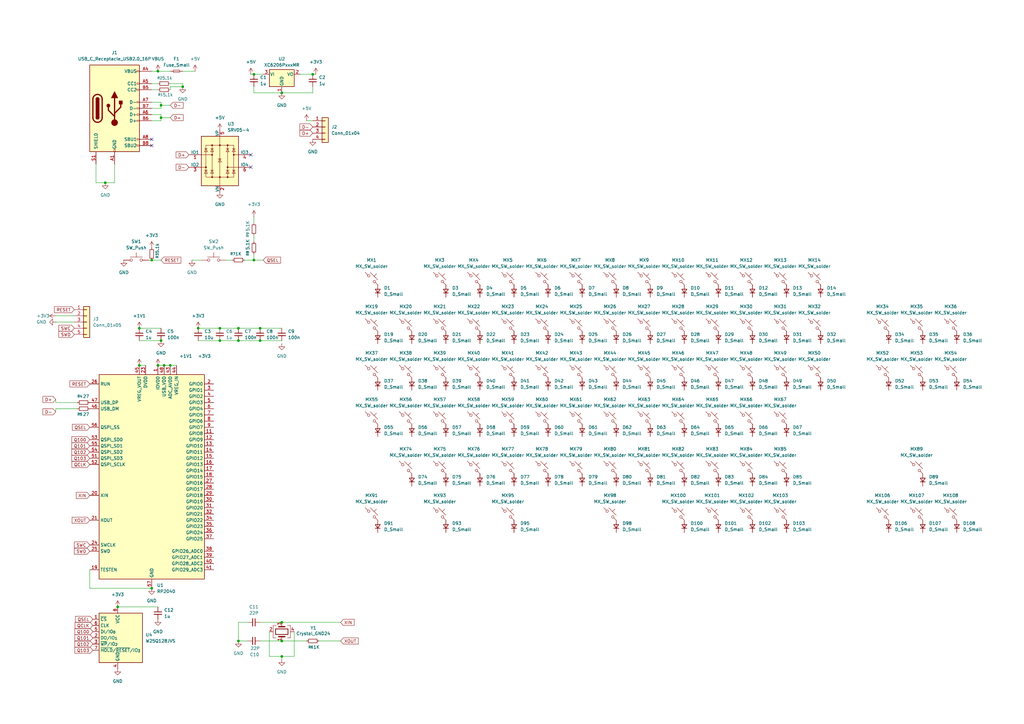
<source format=kicad_sch>
(kicad_sch (version 20250114) (generator "eeschema") (generator_version "9.0")
  (paper "A3")
  (junction (at 115.57 269.24))
  (junction (at 106.68 134.62))
  (junction (at 90.17 134.62))
  (junction (at 115.57 38.1))
  (junction (at 104.14 30.48))
  (junction (at 66.04 139.7))
  (junction (at 115.57 262.89))
  (junction (at 106.68 139.7))
  (junction (at 57.15 134.62))
  (junction (at 43.18 74.93))
  (junction (at 115.57 255.27))
  (junction (at 67.31 149.86))
  (junction (at 69.85 149.86))
  (junction (at 64.77 149.86))
  (junction (at 97.79 134.62))
  (junction (at 48.26 248.92))
  (junction (at 104.14 106.68))
  (junction (at 62.23 106.68))
  (junction (at 62.23 241.3))
  (junction (at 64.77 29.21))
  (junction (at 81.28 134.62))
  (junction (at 128.27 30.48))
  (junction (at 74.93 35.56))
  (junction (at 97.79 139.7))
  (junction (at 66.04 43.18))
  (junction (at 57.15 149.86))
  (junction (at 97.79 262.89))
  (junction (at 90.17 139.7))
  (junction (at 66.04 48.26))
  (no_connect (at 62.23 57.15))
  (no_connect (at 102.87 63.5))
  (no_connect (at 62.23 59.69))
  (no_connect (at 102.87 68.58))
  (wire (pts (xy 62.23 49.53) (xy 66.04 49.53)))
  (wire (pts (xy 102.87 30.48) (xy 104.14 30.48)))
  (wire (pts (xy 31.75 167.64) (xy 22.86 167.64)))
  (wire (pts (xy 120.65 269.24) (xy 115.57 269.24)))
  (wire (pts (xy 90.17 134.62) (xy 97.79 134.62)))
  (wire (pts (xy 62.23 44.45) (xy 66.04 44.45)))
  (wire (pts (xy 81.28 134.62) (xy 90.17 134.62)))
  (wire (pts (xy 78.74 106.68) (xy 82.55 106.68)))
  (wire (pts (xy 104.14 96.52) (xy 104.14 99.06)))
  (wire (pts (xy 69.85 35.56) (xy 74.93 35.56)))
  (wire (pts (xy 95.25 106.68) (xy 92.71 106.68)))
  (wire (pts (xy 22.86 129.54) (xy 30.48 129.54)))
  (wire (pts (xy 69.85 43.18) (xy 66.04 43.18)))
  (wire (pts (xy 97.79 134.62) (xy 106.68 134.62)))
  (wire (pts (xy 22.86 165.1) (xy 22.86 163.83)))
  (wire (pts (xy 100.33 106.68) (xy 104.14 106.68)))
  (wire (pts (xy 62.23 36.83) (xy 64.77 36.83)))
  (wire (pts (xy 104.14 88.9) (xy 104.14 91.44)))
  (wire (pts (xy 66.04 46.99) (xy 66.04 48.26)))
  (wire (pts (xy 36.83 241.3) (xy 36.83 233.68)))
  (wire (pts (xy 123.19 30.48) (xy 128.27 30.48)))
  (wire (pts (xy 64.77 29.21) (xy 69.85 29.21)))
  (wire (pts (xy 125.73 49.53) (xy 128.27 49.53)))
  (wire (pts (xy 66.04 43.18) (xy 66.04 44.45)))
  (wire (pts (xy 62.23 106.68) (xy 66.04 106.68)))
  (wire (pts (xy 104.14 35.56) (xy 104.14 38.1)))
  (wire (pts (xy 106.68 262.89) (xy 115.57 262.89)))
  (wire (pts (xy 31.75 165.1) (xy 22.86 165.1)))
  (wire (pts (xy 22.86 167.64) (xy 22.86 168.91)))
  (wire (pts (xy 62.23 34.29) (xy 64.77 34.29)))
  (wire (pts (xy 69.85 48.26) (xy 66.04 48.26)))
  (wire (pts (xy 97.79 139.7) (xy 106.68 139.7)))
  (wire (pts (xy 115.57 269.24) (xy 115.57 270.51)))
  (wire (pts (xy 66.04 48.26) (xy 66.04 49.53)))
  (wire (pts (xy 74.93 29.21) (xy 80.01 29.21)))
  (wire (pts (xy 67.31 149.86) (xy 69.85 149.86)))
  (wire (pts (xy 48.26 248.92) (xy 64.77 248.92)))
  (wire (pts (xy 66.04 41.91) (xy 66.04 43.18)))
  (wire (pts (xy 57.15 139.7) (xy 66.04 139.7)))
  (wire (pts (xy 64.77 149.86) (xy 67.31 149.86)))
  (wire (pts (xy 120.65 259.08) (xy 120.65 269.24)))
  (wire (pts (xy 104.14 38.1) (xy 115.57 38.1)))
  (wire (pts (xy 104.14 30.48) (xy 107.95 30.48)))
  (wire (pts (xy 62.23 29.21) (xy 64.77 29.21)))
  (wire (pts (xy 104.14 106.68) (xy 107.95 106.68)))
  (wire (pts (xy 106.68 139.7) (xy 115.57 139.7)))
  (wire (pts (xy 39.37 74.93) (xy 43.18 74.93)))
  (wire (pts (xy 74.93 34.29) (xy 74.93 35.56)))
  (wire (pts (xy 81.28 139.7) (xy 90.17 139.7)))
  (wire (pts (xy 57.15 149.86) (xy 59.69 149.86)))
  (wire (pts (xy 130.81 262.89) (xy 139.7 262.89)))
  (wire (pts (xy 43.18 74.93) (xy 46.99 74.93)))
  (wire (pts (xy 115.57 38.1) (xy 128.27 38.1)))
  (wire (pts (xy 128.27 35.56) (xy 128.27 38.1)))
  (wire (pts (xy 97.79 262.89) (xy 97.79 255.27)))
  (wire (pts (xy 97.79 255.27) (xy 101.6 255.27)))
  (wire (pts (xy 62.23 241.3) (xy 36.83 241.3)))
  (wire (pts (xy 62.23 41.91) (xy 66.04 41.91)))
  (wire (pts (xy 106.68 255.27) (xy 115.57 255.27)))
  (wire (pts (xy 22.86 132.08) (xy 30.48 132.08)))
  (wire (pts (xy 62.23 46.99) (xy 66.04 46.99)))
  (wire (pts (xy 57.15 134.62) (xy 66.04 134.62)))
  (wire (pts (xy 62.23 106.68) (xy 60.96 106.68)))
  (wire (pts (xy 115.57 269.24) (xy 110.49 269.24)))
  (wire (pts (xy 90.17 139.7) (xy 97.79 139.7)))
  (wire (pts (xy 106.68 134.62) (xy 115.57 134.62)))
  (wire (pts (xy 110.49 269.24) (xy 110.49 259.08)))
  (wire (pts (xy 128.27 30.48) (xy 129.54 30.48)))
  (wire (pts (xy 46.99 74.93) (xy 46.99 67.31)))
  (wire (pts (xy 69.85 36.83) (xy 69.85 35.56)))
  (wire (pts (xy 104.14 104.14) (xy 104.14 106.68)))
  (wire (pts (xy 69.85 149.86) (xy 72.39 149.86)))
  (wire (pts (xy 69.85 34.29) (xy 74.93 34.29)))
  (wire (pts (xy 39.37 67.31) (xy 39.37 74.93)))
  (wire (pts (xy 101.6 262.89) (xy 97.79 262.89)))
  (wire (pts (xy 115.57 255.27) (xy 139.7 255.27)))
  (wire (pts (xy 115.57 262.89) (xy 125.73 262.89)))
  (global_label "D-" (shape input) (at 128.27 52.07 180) (property "Intersheetrefs" "${INTERSHEET_REFS}" (effects (hide yes))))
  (global_label "D-" (shape input) (at 77.47 68.58 180) (property "Intersheetrefs" "${INTERSHEET_REFS}" (effects (hide yes))))
  (global_label "SWD" (shape input) (at 30.48 137.16 180) (property "Intersheetrefs" "${INTERSHEET_REFS}" (effects (hide yes))))
  (global_label "Q103" (shape input) (at 38.1 266.7 180) (property "Intersheetrefs" "${INTERSHEET_REFS}" (effects (hide yes))))
  (global_label "RESET" (shape input) (at 36.83 157.48 180) (property "Intersheetrefs" "${INTERSHEET_REFS}" (effects (hide yes))))
  (global_label "Q101" (shape input) (at 36.83 182.88 180) (property "Intersheetrefs" "${INTERSHEET_REFS}" (effects (hide yes))))
  (global_label "D+" (shape input) (at 69.85 48.26 0) (property "Intersheetrefs" "${INTERSHEET_REFS}" (effects (hide yes))))
  (global_label "Q100" (shape input) (at 36.83 180.34 180) (property "Intersheetrefs" "${INTERSHEET_REFS}" (effects (hide yes))))
  (global_label "QCLK" (shape input) (at 38.1 256.54 180) (property "Intersheetrefs" "${INTERSHEET_REFS}" (effects (hide yes))))
  (global_label "D+" (shape input) (at 22.86 163.83 180) (property "Intersheetrefs" "${INTERSHEET_REFS}" (effects (hide yes))))
  (global_label "QSEL" (shape input) (at 107.95 106.68 0) (property "Intersheetrefs" "${INTERSHEET_REFS}" (effects (hide yes))))
  (global_label "Q102" (shape input) (at 38.1 264.16 180) (property "Intersheetrefs" "${INTERSHEET_REFS}" (effects (hide yes))))
  (global_label "D-" (shape input) (at 22.86 168.91 180) (property "Intersheetrefs" "${INTERSHEET_REFS}" (effects (hide yes))))
  (global_label "Q103" (shape input) (at 36.83 187.96 180) (property "Intersheetrefs" "${INTERSHEET_REFS}" (effects (hide yes))))
  (global_label "RESET" (shape input) (at 66.04 106.68 0) (property "Intersheetrefs" "${INTERSHEET_REFS}" (effects (hide yes))))
  (global_label "D-" (shape input) (at 69.85 43.18 0) (property "Intersheetrefs" "${INTERSHEET_REFS}" (effects (hide yes))))
  (global_label "RESET" (shape input) (at 30.48 127 180) (property "Intersheetrefs" "${INTERSHEET_REFS}" (effects (hide yes))))
  (global_label "XIN" (shape input) (at 36.83 203.2 180) (property "Intersheetrefs" "${INTERSHEET_REFS}" (effects (hide yes))))
  (global_label "D+" (shape input) (at 128.27 54.61 180) (property "Intersheetrefs" "${INTERSHEET_REFS}" (effects (hide yes))))
  (global_label "QCLK" (shape input) (at 36.83 190.5 180) (property "Intersheetrefs" "${INTERSHEET_REFS}" (effects (hide yes))))
  (global_label "Q101" (shape input) (at 38.1 261.62 180) (property "Intersheetrefs" "${INTERSHEET_REFS}" (effects (hide yes))))
  (global_label "D+" (shape input) (at 77.47 63.5 180) (property "Intersheetrefs" "${INTERSHEET_REFS}" (effects (hide yes))))
  (global_label "Q100" (shape input) (at 38.1 259.08 180) (property "Intersheetrefs" "${INTERSHEET_REFS}" (effects (hide yes))))
  (global_label "QSEL" (shape input) (at 38.1 254 180) (property "Intersheetrefs" "${INTERSHEET_REFS}" (effects (hide yes))))
  (global_label "XOUT" (shape input) (at 36.83 213.36 180) (property "Intersheetrefs" "${INTERSHEET_REFS}" (effects (hide yes))))
  (global_label "XOUT" (shape input) (at 139.7 262.89 0) (property "Intersheetrefs" "${INTERSHEET_REFS}" (effects (hide yes))))
  (global_label "SWC" (shape input) (at 30.48 134.62 180) (property "Intersheetrefs" "${INTERSHEET_REFS}" (effects (hide yes))))
  (global_label "Q102" (shape input) (at 36.83 185.42 180) (property "Intersheetrefs" "${INTERSHEET_REFS}" (effects (hide yes))))
  (global_label "QSEL" (shape input) (at 36.83 175.26 180) (property "Intersheetrefs" "${INTERSHEET_REFS}" (effects (hide yes))))
  (global_label "SWD" (shape input) (at 36.83 226.06 180) (property "Intersheetrefs" "${INTERSHEET_REFS}" (effects (hide yes))))
  (global_label "XIN" (shape input) (at 139.7 255.27 0) (property "Intersheetrefs" "${INTERSHEET_REFS}" (effects (hide yes))))
  (global_label "SWC" (shape input) (at 36.83 223.52 180) (property "Intersheetrefs" "${INTERSHEET_REFS}" (effects (hide yes))))
  (symbol (lib_id "Device:D_Small") (at 224.79 196.85 90) (unit 1)
    (property "Reference" "D78" (at 227.33 195.5799 90) (effects (justify right)))
    (property "Value" "D_Small" (at 227.33 198.1199 90) (effects (justify right)))
    (property "Description" "Diode, small symbol" (effects (hide yes)))
    (property "Sim.Device" "D" (effects (hide yes)))
    (property "Sim.Pins" "1=K 2=A" (effects (hide yes)))
  )
  (symbol (lib_id "PCM_marbastlib-mx:MX_SW_solder") (at 236.22 171.45 0) (unit 1)
    (property "Reference" "MX61" (at 236.22 163.83 0))
    (property "Value" "MX_SW_solder" (at 236.22 166.37 0))
    (property "Footprint" "PCM_marbastlib-mx:SW_MX_1u" (effects (hide yes)))
    (property "Description" "Push button switch, normally open, two pins, 45° tilted" (effects (hide yes)))
  )
  (symbol (lib_id "PCM_marbastlib-mx:MX_SW_solder") (at 320.04 171.45 0) (unit 1)
    (property "Reference" "MX67" (at 320.04 163.83 0))
    (property "Value" "MX_SW_solder" (at 320.04 166.37 0))
    (property "Footprint" "PCM_marbastlib-mx:SW_MX_1u" (effects (hide yes)))
    (property "Description" "Push button switch, normally open, two pins, 45° tilted" (effects (hide yes)))
  )
  (symbol (lib_id "Device:D_Small") (at 308.61 196.85 90) (unit 1)
    (property "Reference" "D84" (at 311.15 195.5799 90) (effects (justify right)))
    (property "Value" "D_Small" (at 311.15 198.1199 90) (effects (justify right)))
    (property "Description" "Diode, small symbol" (effects (hide yes)))
    (property "Sim.Device" "D" (effects (hide yes)))
    (property "Sim.Pins" "1=K 2=A" (effects (hide yes)))
  )
  (symbol (lib_id "PCM_marbastlib-mx:MX_SW_solder") (at 152.4 171.45 0) (unit 1)
    (property "Reference" "MX55" (at 152.4 163.83 0))
    (property "Value" "MX_SW_solder" (at 152.4 166.37 0))
    (property "Footprint" "PCM_marbastlib-mx:SW_MX_1u" (effects (hide yes)))
    (property "Description" "Push button switch, normally open, two pins, 45° tilted" (effects (hide yes)))
  )
  (symbol (lib_id "power:+3V3") (at 22.86 129.54 90) (unit 1)
    (property "Reference" "#PWR021" (effects (hide yes)))
    (property "Value" "+3V3" (at 20.32 129.5399 90) (effects (justify left)))
    (property "Description" "Power symbol creates a global label with name \"+3V3\"" (effects (hide yes)))
  )
  (symbol (lib_id "PCM_marbastlib-mx:MX_SW_solder") (at 250.19 114.3 0) (unit 1)
    (property "Reference" "MX8" (at 250.19 106.68 0))
    (property "Value" "MX_SW_solder" (at 250.19 109.22 0))
    (property "Footprint" "PCM_marbastlib-mx:SW_MX_1u" (effects (hide yes)))
    (property "Description" "Push button switch, normally open, two pins, 45° tilted" (effects (hide yes)))
  )
  (symbol (lib_id "PCM_marbastlib-mx:MX_SW_solder") (at 222.25 152.4 0) (unit 1)
    (property "Reference" "MX42" (at 222.25 144.78 0))
    (property "Value" "MX_SW_solder" (at 222.25 147.32 0))
    (property "Footprint" "PCM_marbastlib-mx:SW_MX_1u" (effects (hide yes)))
    (property "Description" "Push button switch, normally open, two pins, 45° tilted" (effects (hide yes)))
  )
  (symbol (lib_id "Device:D_Small") (at 154.94 157.48 90) (unit 1)
    (property "Reference" "D37" (at 157.48 156.2099 90) (effects (justify right)))
    (property "Value" "D_Small" (at 157.48 158.7499 90) (effects (justify right)))
    (property "Description" "Diode, small symbol" (effects (hide yes)))
    (property "Sim.Device" "D" (effects (hide yes)))
    (property "Sim.Pins" "1=K 2=A" (effects (hide yes)))
  )
  (symbol (lib_id "Device:D_Small") (at 210.82 196.85 90) (unit 1)
    (property "Reference" "D77" (at 213.36 195.5799 90) (effects (justify right)))
    (property "Value" "D_Small" (at 213.36 198.1199 90) (effects (justify right)))
    (property "Description" "Diode, small symbol" (effects (hide yes)))
    (property "Sim.Device" "D" (effects (hide yes)))
    (property "Sim.Pins" "1=K 2=A" (effects (hide yes)))
  )
  (symbol (lib_id "power:+3V3") (at 81.28 134.62 0) (unit 1)
    (property "Reference" "#PWR015" (effects (hide yes)))
    (property "Value" "+3V3" (at 81.28 129.54 0))
    (property "Description" "Power symbol creates a global label with name \"+3V3\"" (effects (hide yes)))
  )
  (symbol (lib_id "Device:D_Small") (at 210.82 176.53 90) (unit 1)
    (property "Reference" "D59" (at 213.36 175.2599 90) (effects (justify right)))
    (property "Value" "D_Small" (at 213.36 177.7999 90) (effects (justify right)))
    (property "Description" "Diode, small symbol" (effects (hide yes)))
    (property "Sim.Device" "D" (effects (hide yes)))
    (property "Sim.Pins" "1=K 2=A" (effects (hide yes)))
  )
  (symbol (lib_id "power:GND") (at 115.57 38.1 0) (unit 1)
    (property "Reference" "#PWR06" (effects (hide yes)))
    (property "Value" "GND" (at 115.57 43.18 0))
    (property "Description" "Power symbol creates a global label with name \"GND\" , ground" (effects (hide yes)))
  )
  (symbol (lib_id "power:GND") (at 115.57 140.97 0) (unit 1)
    (property "Reference" "#PWR017" (effects (hide yes)))
    (property "Value" "GND" (at 115.57 146.05 0))
    (property "Description" "Power symbol creates a global label with name \"GND\" , ground" (effects (hide yes)))
  )
  (symbol (lib_id "Device:D_Small") (at 322.58 196.85 90) (unit 1)
    (property "Reference" "D85" (at 325.12 195.5799 90) (effects (justify right)))
    (property "Value" "D_Small" (at 325.12 198.1199 90) (effects (justify right)))
    (property "Description" "Diode, small symbol" (effects (hide yes)))
    (property "Sim.Device" "D" (effects (hide yes)))
    (property "Sim.Pins" "1=K 2=A" (effects (hide yes)))
  )
  (symbol (lib_id "MCU_RaspberryPi:RP2040") (at 62.23 195.58 0) (unit 1)
    (property "Reference" "U1" (at 64.3733 240.03 0) (effects (justify left)))
    (property "Value" "RP2040" (at 64.3733 242.57 0) (effects (justify left)))
    (property "Footprint" "Package_DFN_QFN:QFN-56-1EP_7x7mm_P0.4mm_EP3.2x3.2mm" (effects (hide yes)))
    (property "Datasheet" "https://datasheets.raspberrypi.com/rp2040/rp2040-datasheet.pdf" (effects (hide yes)))
    (property "Description" "A microcontroller by Raspberry Pi" (effects (hide yes)))
  )
  (symbol (lib_id "PCM_marbastlib-mx:MX_SW_solder") (at 292.1 210.82 0) (unit 1)
    (property "Reference" "MX101" (at 292.1 203.2 0))
    (property "Value" "MX_SW_solder" (at 292.1 205.74 0))
    (property "Footprint" "PCM_marbastlib-mx:SW_MX_1u" (effects (hide yes)))
    (property "Description" "Push button switch, normally open, two pins, 45° tilted" (effects (hide yes)))
  )
  (symbol (lib_id "Connector_Generic:Conn_01x05") (at 35.56 132.08 0) (unit 1)
    (property "Reference" "J3" (at 38.1 130.8099 0) (effects (justify left)))
    (property "Value" "Conn_01x05" (at 38.1 133.3499 0) (effects (justify left)))
    (property "Description" "Generic connector, single row, 01x05, script generated (kicad-library-utils/schlib/autogen/connector/)" (effects (hide yes)))
  )
  (symbol (lib_id "PCM_marbastlib-mx:MX_SW_solder") (at 194.31 171.45 0) (unit 1)
    (property "Reference" "MX58" (at 194.31 163.83 0))
    (property "Value" "MX_SW_solder" (at 194.31 166.37 0))
    (property "Footprint" "PCM_marbastlib-mx:SW_MX_1u" (effects (hide yes)))
    (property "Description" "Push button switch, normally open, two pins, 45° tilted" (effects (hide yes)))
  )
  (symbol (lib_id "PCM_marbastlib-mx:MX_SW_solder") (at 320.04 152.4 0) (unit 1)
    (property "Reference" "MX49" (at 320.04 144.78 0))
    (property "Value" "MX_SW_solder" (at 320.04 147.32 0))
    (property "Footprint" "PCM_marbastlib-mx:SW_MX_1u" (effects (hide yes)))
    (property "Description" "Push button switch, normally open, two pins, 45° tilted" (effects (hide yes)))
  )
  (symbol (lib_id "power:+5V") (at 80.01 29.21 0) (unit 1)
    (property "Reference" "#PWR03" (effects (hide yes)))
    (property "Value" "+5V" (at 80.01 24.13 0))
    (property "Description" "Power symbol creates a global label with name \"+5V\"" (effects (hide yes)))
  )
  (symbol (lib_id "PCM_marbastlib-mx:MX_SW_solder") (at 194.31 133.35 0) (unit 1)
    (property "Reference" "MX22" (at 194.31 125.73 0))
    (property "Value" "MX_SW_solder" (at 194.31 128.27 0))
    (property "Footprint" "PCM_marbastlib-mx:SW_MX_1u" (effects (hide yes)))
    (property "Description" "Push button switch, normally open, two pins, 45° tilted" (effects (hide yes)))
  )
  (symbol (lib_id "Device:C_Small") (at 115.57 137.16 0) (unit 1)
    (property "Reference" "C9" (at 118.11 135.8962 0) (effects (justify left)))
    (property "Value" "100n" (at 118.11 138.4362 0) (effects (justify left)))
    (property "Description" "Unpolarized capacitor, small symbol" (effects (hide yes)))
  )
  (symbol (lib_id "Device:D_Small") (at 294.64 196.85 90) (unit 1)
    (property "Reference" "D83" (at 297.18 195.5799 90) (effects (justify right)))
    (property "Value" "D_Small" (at 297.18 198.1199 90) (effects (justify right)))
    (property "Description" "Diode, small symbol" (effects (hide yes)))
    (property "Sim.Device" "D" (effects (hide yes)))
    (property "Sim.Pins" "1=K 2=A" (effects (hide yes)))
  )
  (symbol (lib_id "PCM_marbastlib-mx:MX_SW_solder") (at 250.19 171.45 0) (unit 1)
    (property "Reference" "MX62" (at 250.19 163.83 0))
    (property "Value" "MX_SW_solder" (at 250.19 166.37 0))
    (property "Footprint" "PCM_marbastlib-mx:SW_MX_1u" (effects (hide yes)))
    (property "Description" "Push button switch, normally open, two pins, 45° tilted" (effects (hide yes)))
  )
  (symbol (lib_id "Device:D_Small") (at 280.67 196.85 90) (unit 1)
    (property "Reference" "D82" (at 283.21 195.5799 90) (effects (justify right)))
    (property "Value" "D_Small" (at 283.21 198.1199 90) (effects (justify right)))
    (property "Description" "Diode, small symbol" (effects (hide yes)))
    (property "Sim.Device" "D" (effects (hide yes)))
    (property "Sim.Pins" "1=K 2=A" (effects (hide yes)))
  )
  (symbol (lib_id "PCM_marbastlib-mx:MX_SW_solder") (at 236.22 152.4 0) (unit 1)
    (property "Reference" "MX43" (at 236.22 144.78 0))
    (property "Value" "MX_SW_solder" (at 236.22 147.32 0))
    (property "Footprint" "PCM_marbastlib-mx:SW_MX_1u" (effects (hide yes)))
    (property "Description" "Push button switch, normally open, two pins, 45° tilted" (effects (hide yes)))
  )
  (symbol (lib_id "Device:C_Small") (at 106.68 137.16 0) (unit 1)
    (property "Reference" "C8" (at 109.22 135.8962 0) (effects (justify left)))
    (property "Value" "100n" (at 109.22 138.4362 0) (effects (justify left)))
    (property "Description" "Unpolarized capacitor, small symbol" (effects (hide yes)))
  )
  (symbol (lib_id "Device:D_Small") (at 210.82 119.38 90) (unit 1)
    (property "Reference" "D5" (at 213.36 118.1099 90) (effects (justify right)))
    (property "Value" "D_Small" (at 213.36 120.6499 90) (effects (justify right)))
    (property "Description" "Diode, small symbol" (effects (hide yes)))
    (property "Sim.Device" "D" (effects (hide yes)))
    (property "Sim.Pins" "1=K 2=A" (effects (hide yes)))
  )
  (symbol (lib_id "Device:D_Small") (at 196.85 176.53 90) (unit 1)
    (property "Reference" "D58" (at 199.39 175.2599 90) (effects (justify right)))
    (property "Value" "D_Small" (at 199.39 177.7999 90) (effects (justify right)))
    (property "Description" "Diode, small symbol" (effects (hide yes)))
    (property "Sim.Device" "D" (effects (hide yes)))
    (property "Sim.Pins" "1=K 2=A" (effects (hide yes)))
  )
  (symbol (lib_id "Device:R_Small") (at 62.23 104.14 180) (unit 1)
    (property "Reference" "R3" (at 64.516 104.902 90) (effects (font (size 1.016 1.016))))
    (property "Value" "5.1k" (at 64.516 101.854 90))
    (property "Description" "Resistor, small symbol" (effects (hide yes)))
  )
  (symbol (lib_id "Device:D_Small") (at 266.7 196.85 90) (unit 1)
    (property "Reference" "D81" (at 269.24 195.5799 90) (effects (justify right)))
    (property "Value" "D_Small" (at 269.24 198.1199 90) (effects (justify right)))
    (property "Description" "Diode, small symbol" (effects (hide yes)))
    (property "Sim.Device" "D" (effects (hide yes)))
    (property "Sim.Pins" "1=K 2=A" (effects (hide yes)))
  )
  (symbol (lib_id "Device:R_Small") (at 67.31 34.29 90) (unit 1)
    (property "Reference" "R2" (at 65.532 32.004 90) (effects (font (size 1.016 1.016))))
    (property "Value" "5.1k" (at 68.58 32.004 90))
    (property "Description" "Resistor, small symbol" (effects (hide yes)))
  )
  (symbol (lib_id "PCM_marbastlib-mx:MX_SW_solder") (at 250.19 191.77 0) (unit 1)
    (property "Reference" "MX80" (at 250.19 184.15 0))
    (property "Value" "MX_SW_solder" (at 250.19 186.69 0))
    (property "Footprint" "PCM_marbastlib-mx:SW_MX_1u" (effects (hide yes)))
    (property "Description" "Push button switch, normally open, two pins, 45° tilted" (effects (hide yes)))
  )
  (symbol (lib_id "power:+3V3") (at 62.23 101.6 0) (unit 1)
    (property "Reference" "#PWR019" (effects (hide yes)))
    (property "Value" "+3V3" (at 62.23 96.52 0))
    (property "Description" "Power symbol creates a global label with name \"+3V3\"" (effects (hide yes)))
  )
  (symbol (lib_id "Device:R_Small") (at 34.29 165.1 90) (unit 1)
    (property "Reference" "R4" (at 32.766 162.56 90) (effects (font (size 1.016 1.016))))
    (property "Value" "27" (at 35.306 162.56 90))
    (property "Description" "Resistor, small symbol" (effects (hide yes)))
  )
  (symbol (lib_id "PCM_marbastlib-mx:MX_SW_solder") (at 320.04 133.35 0) (unit 1)
    (property "Reference" "MX31" (at 320.04 125.73 0))
    (property "Value" "MX_SW_solder" (at 320.04 128.27 0))
    (property "Footprint" "PCM_marbastlib-mx:SW_MX_1u" (effects (hide yes)))
    (property "Description" "Push button switch, normally open, two pins, 45° tilted" (effects (hide yes)))
  )
  (symbol (lib_id "PCM_marbastlib-mx:MX_SW_solder") (at 236.22 191.77 0) (unit 1)
    (property "Reference" "MX79" (at 236.22 184.15 0))
    (property "Value" "MX_SW_solder" (at 236.22 186.69 0))
    (property "Footprint" "PCM_marbastlib-mx:SW_MX_1u" (effects (hide yes)))
    (property "Description" "Push button switch, normally open, two pins, 45° tilted" (effects (hide yes)))
  )
  (symbol (lib_id "Device:D_Small") (at 168.91 138.43 90) (unit 1)
    (property "Reference" "D20" (at 171.45 137.1599 90) (effects (justify right)))
    (property "Value" "D_Small" (at 171.45 139.6999 90) (effects (justify right)))
    (property "Description" "Diode, small symbol" (effects (hide yes)))
    (property "Sim.Device" "D" (effects (hide yes)))
    (property "Sim.Pins" "1=K 2=A" (effects (hide yes)))
  )
  (symbol (lib_id "Device:D_Small") (at 182.88 157.48 90) (unit 1)
    (property "Reference" "D39" (at 185.42 156.2099 90) (effects (justify right)))
    (property "Value" "D_Small" (at 185.42 158.7499 90) (effects (justify right)))
    (property "Description" "Diode, small symbol" (effects (hide yes)))
    (property "Sim.Device" "D" (effects (hide yes)))
    (property "Sim.Pins" "1=K 2=A" (effects (hide yes)))
  )
  (symbol (lib_id "Device:D_Small") (at 224.79 138.43 90) (unit 1)
    (property "Reference" "D24" (at 227.33 137.1599 90) (effects (justify right)))
    (property "Value" "D_Small" (at 227.33 139.6999 90) (effects (justify right)))
    (property "Description" "Diode, small symbol" (effects (hide yes)))
    (property "Sim.Device" "D" (effects (hide yes)))
    (property "Sim.Pins" "1=K 2=A" (effects (hide yes)))
  )
  (symbol (lib_id "PCM_marbastlib-mx:MX_SW_solder") (at 264.16 133.35 0) (unit 1)
    (property "Reference" "MX27" (at 264.16 125.73 0))
    (property "Value" "MX_SW_solder" (at 264.16 128.27 0))
    (property "Footprint" "PCM_marbastlib-mx:SW_MX_1u" (effects (hide yes)))
    (property "Description" "Push button switch, normally open, two pins, 45° tilted" (effects (hide yes)))
  )
  (symbol (lib_id "Device:D_Small") (at 182.88 196.85 90) (unit 1)
    (property "Reference" "D75" (at 185.42 195.5799 90) (effects (justify right)))
    (property "Value" "D_Small" (at 185.42 198.1199 90) (effects (justify right)))
    (property "Description" "Diode, small symbol" (effects (hide yes)))
    (property "Sim.Device" "D" (effects (hide yes)))
    (property "Sim.Pins" "1=K 2=A" (effects (hide yes)))
  )
  (symbol (lib_id "PCM_marbastlib-mx:MX_SW_solder") (at 361.95 152.4 0) (unit 1)
    (property "Reference" "MX52" (at 361.95 144.78 0))
    (property "Value" "MX_SW_solder" (at 361.95 147.32 0))
    (property "Footprint" "PCM_marbastlib-mx:SW_MX_1u" (effects (hide yes)))
    (property "Description" "Push button switch, normally open, two pins, 45° tilted" (effects (hide yes)))
  )
  (symbol (lib_id "Device:D_Small") (at 238.76 176.53 90) (unit 1)
    (property "Reference" "D61" (at 241.3 175.2599 90) (effects (justify right)))
    (property "Value" "D_Small" (at 241.3 177.7999 90) (effects (justify right)))
    (property "Description" "Diode, small symbol" (effects (hide yes)))
    (property "Sim.Device" "D" (effects (hide yes)))
    (property "Sim.Pins" "1=K 2=A" (effects (hide yes)))
  )
  (symbol (lib_id "Device:D_Small") (at 238.76 119.38 90) (unit 1)
    (property "Reference" "D7" (at 241.3 118.1099 90) (effects (justify right)))
    (property "Value" "D_Small" (at 241.3 120.6499 90) (effects (justify right)))
    (property "Description" "Diode, small symbol" (effects (hide yes)))
    (property "Sim.Device" "D" (effects (hide yes)))
    (property "Sim.Pins" "1=K 2=A" (effects (hide yes)))
  )
  (symbol (lib_id "PCM_marbastlib-mx:MX_SW_solder") (at 320.04 191.77 0) (unit 1)
    (property "Reference" "MX85" (at 320.04 184.15 0))
    (property "Value" "MX_SW_solder" (at 320.04 186.69 0))
    (property "Footprint" "PCM_marbastlib-mx:SW_MX_1u" (effects (hide yes)))
    (property "Description" "Push button switch, normally open, two pins, 45° tilted" (effects (hide yes)))
  )
  (symbol (lib_id "PCM_marbastlib-mx:MX_SW_solder") (at 180.34 191.77 0) (unit 1)
    (property "Reference" "MX75" (at 180.34 184.15 0))
    (property "Value" "MX_SW_solder" (at 180.34 186.69 0))
    (property "Footprint" "PCM_marbastlib-mx:SW_MX_1u" (effects (hide yes)))
    (property "Description" "Push button switch, normally open, two pins, 45° tilted" (effects (hide yes)))
  )
  (symbol (lib_id "PCM_marbastlib-mx:MX_SW_solder") (at 361.95 133.35 0) (unit 1)
    (property "Reference" "MX34" (at 361.95 125.73 0))
    (property "Value" "MX_SW_solder" (at 361.95 128.27 0))
    (property "Footprint" "PCM_marbastlib-mx:SW_MX_1u" (effects (hide yes)))
    (property "Description" "Push button switch, normally open, two pins, 45° tilted" (effects (hide yes)))
  )
  (symbol (lib_id "PCM_marbastlib-mx:MX_SW_solder") (at 375.92 210.82 0) (unit 1)
    (property "Reference" "MX107" (at 375.92 203.2 0))
    (property "Value" "MX_SW_solder" (at 375.92 205.74 0))
    (property "Footprint" "PCM_marbastlib-mx:SW_MX_1u" (effects (hide yes)))
    (property "Description" "Push button switch, normally open, two pins, 45° tilted" (effects (hide yes)))
  )
  (symbol (lib_id "Device:D_Small") (at 238.76 138.43 90) (unit 1)
    (property "Reference" "D25" (at 241.3 137.1599 90) (effects (justify right)))
    (property "Value" "D_Small" (at 241.3 139.6999 90) (effects (justify right)))
    (property "Description" "Diode, small symbol" (effects (hide yes)))
    (property "Sim.Device" "D" (effects (hide yes)))
    (property "Sim.Pins" "1=K 2=A" (effects (hide yes)))
  )
  (symbol (lib_id "PCM_marbastlib-mx:MX_SW_solder") (at 306.07 171.45 0) (unit 1)
    (property "Reference" "MX66" (at 306.07 163.83 0))
    (property "Value" "MX_SW_solder" (at 306.07 166.37 0))
    (property "Footprint" "PCM_marbastlib-mx:SW_MX_1u" (effects (hide yes)))
    (property "Description" "Push button switch, normally open, two pins, 45° tilted" (effects (hide yes)))
  )
  (symbol (lib_id "Device:D_Small") (at 280.67 176.53 90) (unit 1)
    (property "Reference" "D64" (at 283.21 175.2599 90) (effects (justify right)))
    (property "Value" "D_Small" (at 283.21 177.7999 90) (effects (justify right)))
    (property "Description" "Diode, small symbol" (effects (hide yes)))
    (property "Sim.Device" "D" (effects (hide yes)))
    (property "Sim.Pins" "1=K 2=A" (effects (hide yes)))
  )
  (symbol (lib_id "Device:D_Small") (at 392.43 215.9 90) (unit 1)
    (property "Reference" "D108" (at 394.97 214.6299 90) (effects (justify right)))
    (property "Value" "D_Small" (at 394.97 217.1699 90) (effects (justify right)))
    (property "Description" "Diode, small symbol" (effects (hide yes)))
    (property "Sim.Device" "D" (effects (hide yes)))
    (property "Sim.Pins" "1=K 2=A" (effects (hide yes)))
  )
  (symbol (lib_id "PCM_marbastlib-mx:MX_SW_solder") (at 208.28 210.82 0) (unit 1)
    (property "Reference" "MX95" (at 208.28 203.2 0))
    (property "Value" "MX_SW_solder" (at 208.28 205.74 0))
    (property "Footprint" "PCM_marbastlib-mx:SW_MX_1u" (effects (hide yes)))
    (property "Description" "Push button switch, normally open, two pins, 45° tilted" (effects (hide yes)))
  )
  (symbol (lib_id "PCM_marbastlib-mx:MX_SW_solder") (at 375.92 191.77 0) (unit 1)
    (property "Reference" "MX89" (at 375.92 184.15 0))
    (property "Value" "MX_SW_solder" (at 375.92 186.69 0))
    (property "Footprint" "PCM_marbastlib-mx:SW_MX_1u" (effects (hide yes)))
    (property "Description" "Push button switch, normally open, two pins, 45° tilted" (effects (hide yes)))
  )
  (symbol (lib_id "Device:C_Small") (at 66.04 137.16 0) (unit 1)
    (property "Reference" "C5" (at 68.58 135.8962 0) (effects (justify left)))
    (property "Value" "100n" (at 68.58 138.4362 0) (effects (justify left)))
    (property "Description" "Unpolarized capacitor, small symbol" (effects (hide yes)))
  )
  (symbol (lib_id "Device:D_Small") (at 182.88 176.53 90) (unit 1)
    (property "Reference" "D57" (at 185.42 175.2599 90) (effects (justify right)))
    (property "Value" "D_Small" (at 185.42 177.7999 90) (effects (justify right)))
    (property "Description" "Diode, small symbol" (effects (hide yes)))
    (property "Sim.Device" "D" (effects (hide yes)))
    (property "Sim.Pins" "1=K 2=A" (effects (hide yes)))
  )
  (symbol (lib_id "PCM_marbastlib-mx:MX_SW_solder") (at 152.4 133.35 0) (unit 1)
    (property "Reference" "MX19" (at 152.4 125.73 0))
    (property "Value" "MX_SW_solder" (at 152.4 128.27 0))
    (property "Footprint" "PCM_marbastlib-mx:SW_MX_1u" (effects (hide yes)))
    (property "Description" "Push button switch, normally open, two pins, 45° tilted" (effects (hide yes)))
  )
  (symbol (lib_id "PCM_marbastlib-mx:MX_SW_solder") (at 264.16 191.77 0) (unit 1)
    (property "Reference" "MX81" (at 264.16 184.15 0))
    (property "Value" "MX_SW_solder" (at 264.16 186.69 0))
    (property "Footprint" "PCM_marbastlib-mx:SW_MX_1u" (effects (hide yes)))
    (property "Description" "Push button switch, normally open, two pins, 45° tilted" (effects (hide yes)))
  )
  (symbol (lib_id "PCM_marbastlib-mx:MX_SW_solder") (at 152.4 210.82 0) (unit 1)
    (property "Reference" "MX91" (at 152.4 203.2 0))
    (property "Value" "MX_SW_solder" (at 152.4 205.74 0))
    (property "Footprint" "PCM_marbastlib-mx:SW_MX_1u" (effects (hide yes)))
    (property "Description" "Push button switch, normally open, two pins, 45° tilted" (effects (hide yes)))
  )
  (symbol (lib_id "Device:D_Small") (at 224.79 176.53 90) (unit 1)
    (property "Reference" "D60" (at 227.33 175.2599 90) (effects (justify right)))
    (property "Value" "D_Small" (at 227.33 177.7999 90) (effects (justify right)))
    (property "Description" "Diode, small symbol" (effects (hide yes)))
    (property "Sim.Device" "D" (effects (hide yes)))
    (property "Sim.Pins" "1=K 2=A" (effects (hide yes)))
  )
  (symbol (lib_id "power:GND") (at 43.18 74.93 0) (unit 1)
    (property "Reference" "#PWR08" (effects (hide yes)))
    (property "Value" "GND" (at 43.18 80.01 0))
    (property "Description" "Power symbol creates a global label with name \"GND\" , ground" (effects (hide yes)))
  )
  (symbol (lib_id "power:+3V3") (at 64.77 149.86 0) (unit 1)
    (property "Reference" "#PWR012" (effects (hide yes)))
    (property "Value" "+3V3" (at 83.82 146.05 0))
    (property "Description" "Power symbol creates a global label with name \"+3V3\"" (effects (hide yes)))
  )
  (symbol (lib_id "PCM_marbastlib-mx:MX_SW_solder") (at 166.37 133.35 0) (unit 1)
    (property "Reference" "MX20" (at 166.37 125.73 0))
    (property "Value" "MX_SW_solder" (at 166.37 128.27 0))
    (property "Footprint" "PCM_marbastlib-mx:SW_MX_1u" (effects (hide yes)))
    (property "Description" "Push button switch, normally open, two pins, 45° tilted" (effects (hide yes)))
  )
  (symbol (lib_id "Device:D_Small") (at 294.64 176.53 90) (unit 1)
    (property "Reference" "D65" (at 297.18 175.2599 90) (effects (justify right)))
    (property "Value" "D_Small" (at 297.18 177.7999 90) (effects (justify right)))
    (property "Description" "Diode, small symbol" (effects (hide yes)))
    (property "Sim.Device" "D" (effects (hide yes)))
    (property "Sim.Pins" "1=K 2=A" (effects (hide yes)))
  )
  (symbol (lib_id "PCM_marbastlib-mx:MX_SW_solder") (at 292.1 171.45 0) (unit 1)
    (property "Reference" "MX65" (at 292.1 163.83 0))
    (property "Value" "MX_SW_solder" (at 292.1 166.37 0))
    (property "Footprint" "PCM_marbastlib-mx:SW_MX_1u" (effects (hide yes)))
    (property "Description" "Push button switch, normally open, two pins, 45° tilted" (effects (hide yes)))
  )
  (symbol (lib_id "power:VBUS") (at 64.77 29.21 0) (unit 1)
    (property "Reference" "#PWR01" (effects (hide yes)))
    (property "Value" "VBUS" (at 64.77 24.13 0))
    (property "Description" "Power symbol creates a global label with name \"VBUS\"" (effects (hide yes)))
  )
  (symbol (lib_id "Device:D_Small") (at 168.91 176.53 90) (unit 1)
    (property "Reference" "D56" (at 171.45 175.2599 90) (effects (justify right)))
    (property "Value" "D_Small" (at 171.45 177.7999 90) (effects (justify right)))
    (property "Description" "Diode, small symbol" (effects (hide yes)))
    (property "Sim.Device" "D" (effects (hide yes)))
    (property "Sim.Pins" "1=K 2=A" (effects (hide yes)))
  )
  (symbol (lib_id "Device:D_Small") (at 308.61 119.38 90) (unit 1)
    (property "Reference" "D12" (at 311.15 118.1099 90) (effects (justify right)))
    (property "Value" "D_Small" (at 311.15 120.6499 90) (effects (justify right)))
    (property "Description" "Diode, small symbol" (effects (hide yes)))
    (property "Sim.Device" "D" (effects (hide yes)))
    (property "Sim.Pins" "1=K 2=A" (effects (hide yes)))
  )
  (symbol (lib_id "Device:D_Small") (at 280.67 119.38 90) (unit 1)
    (property "Reference" "D10" (at 283.21 118.1099 90) (effects (justify right)))
    (property "Value" "D_Small" (at 283.21 120.6499 90) (effects (justify right)))
    (property "Description" "Diode, small symbol" (effects (hide yes)))
    (property "Sim.Device" "D" (effects (hide yes)))
    (property "Sim.Pins" "1=K 2=A" (effects (hide yes)))
  )
  (symbol (lib_id "Device:D_Small") (at 308.61 215.9 90) (unit 1)
    (property "Reference" "D102" (at 311.15 214.6299 90) (effects (justify right)))
    (property "Value" "D_Small" (at 311.15 217.1699 90) (effects (justify right)))
    (property "Description" "Diode, small symbol" (effects (hide yes)))
    (property "Sim.Device" "D" (effects (hide yes)))
    (property "Sim.Pins" "1=K 2=A" (effects (hide yes)))
  )
  (symbol (lib_id "PCM_marbastlib-mx:MX_SW_solder") (at 208.28 133.35 0) (unit 1)
    (property "Reference" "MX23" (at 208.28 125.73 0))
    (property "Value" "MX_SW_solder" (at 208.28 128.27 0))
    (property "Footprint" "PCM_marbastlib-mx:SW_MX_1u" (effects (hide yes)))
    (property "Description" "Push button switch, normally open, two pins, 45° tilted" (effects (hide yes)))
  )
  (symbol (lib_id "Device:D_Small") (at 182.88 138.43 90) (unit 1)
    (property "Reference" "D21" (at 185.42 137.1599 90) (effects (justify right)))
    (property "Value" "D_Small" (at 185.42 139.6999 90) (effects (justify right)))
    (property "Description" "Diode, small symbol" (effects (hide yes)))
    (property "Sim.Device" "D" (effects (hide yes)))
    (property "Sim.Pins" "1=K 2=A" (effects (hide yes)))
  )
  (symbol (lib_id "PCM_marbastlib-mx:MX_SW_solder") (at 264.16 171.45 0) (unit 1)
    (property "Reference" "MX63" (at 264.16 163.83 0))
    (property "Value" "MX_SW_solder" (at 264.16 166.37 0))
    (property "Footprint" "PCM_marbastlib-mx:SW_MX_1u" (effects (hide yes)))
    (property "Description" "Push button switch, normally open, two pins, 45° tilted" (effects (hide yes)))
  )
  (symbol (lib_id "Device:D_Small") (at 308.61 138.43 90) (unit 1)
    (property "Reference" "D30" (at 311.15 137.1599 90) (effects (justify right)))
    (property "Value" "D_Small" (at 311.15 139.6999 90) (effects (justify right)))
    (property "Description" "Diode, small symbol" (effects (hide yes)))
    (property "Sim.Device" "D" (effects (hide yes)))
    (property "Sim.Pins" "1=K 2=A" (effects (hide yes)))
  )
  (symbol (lib_id "PCM_marbastlib-mx:MX_SW_solder") (at 334.01 152.4 0) (unit 1)
    (property "Reference" "MX50" (at 334.01 144.78 0))
    (property "Value" "MX_SW_solder" (at 334.01 147.32 0))
    (property "Footprint" "PCM_marbastlib-mx:SW_MX_1u" (effects (hide yes)))
    (property "Description" "Push button switch, normally open, two pins, 45° tilted" (effects (hide yes)))
  )
  (symbol (lib_id "Device:D_Small") (at 280.67 215.9 90) (unit 1)
    (property "Reference" "D100" (at 283.21 214.6299 90) (effects (justify right)))
    (property "Value" "D_Small" (at 283.21 217.1699 90) (effects (justify right)))
    (property "Description" "Diode, small symbol" (effects (hide yes)))
    (property "Sim.Device" "D" (effects (hide yes)))
    (property "Sim.Pins" "1=K 2=A" (effects (hide yes)))
  )
  (symbol (lib_id "Device:D_Small") (at 336.55 157.48 90) (unit 1)
    (property "Reference" "D50" (at 339.09 156.2099 90) (effects (justify right)))
    (property "Value" "D_Small" (at 339.09 158.7499 90) (effects (justify right)))
    (property "Description" "Diode, small symbol" (effects (hide yes)))
    (property "Sim.Device" "D" (effects (hide yes)))
    (property "Sim.Pins" "1=K 2=A" (effects (hide yes)))
  )
  (symbol (lib_id "PCM_marbastlib-mx:MX_SW_solder") (at 306.07 152.4 0) (unit 1)
    (property "Reference" "MX48" (at 306.07 144.78 0))
    (property "Value" "MX_SW_solder" (at 306.07 147.32 0))
    (property "Footprint" "PCM_marbastlib-mx:SW_MX_1u" (effects (hide yes)))
    (property "Description" "Push button switch, normally open, two pins, 45° tilted" (effects (hide yes)))
  )
  (symbol (lib_id "Device:C_Small") (at 97.79 137.16 0) (unit 1)
    (property "Reference" "C7" (at 100.33 135.8962 0) (effects (justify left)))
    (property "Value" "100n" (at 100.33 138.4362 0) (effects (justify left)))
    (property "Description" "Unpolarized capacitor, small symbol" (effects (hide yes)))
  )
  (symbol (lib_id "Device:D_Small") (at 392.43 138.43 90) (unit 1)
    (property "Reference" "D36" (at 394.97 137.1599 90) (effects (justify right)))
    (property "Value" "D_Small" (at 394.97 139.6999 90) (effects (justify right)))
    (property "Description" "Diode, small symbol" (effects (hide yes)))
    (property "Sim.Device" "D" (effects (hide yes)))
    (property "Sim.Pins" "1=K 2=A" (effects (hide yes)))
  )
  (symbol (lib_id "Device:D_Small") (at 378.46 196.85 90) (unit 1)
    (property "Reference" "D89" (at 381 195.5799 90) (effects (justify right)))
    (property "Value" "D_Small" (at 381 198.1199 90) (effects (justify right)))
    (property "Description" "Diode, small symbol" (effects (hide yes)))
    (property "Sim.Device" "D" (effects (hide yes)))
    (property "Sim.Pins" "1=K 2=A" (effects (hide yes)))
  )
  (symbol (lib_id "PCM_marbastlib-mx:MX_SW_solder") (at 292.1 191.77 0) (unit 1)
    (property "Reference" "MX83" (at 292.1 184.15 0))
    (property "Value" "MX_SW_solder" (at 292.1 186.69 0))
    (property "Footprint" "PCM_marbastlib-mx:SW_MX_1u" (effects (hide yes)))
    (property "Description" "Push button switch, normally open, two pins, 45° tilted" (effects (hide yes)))
  )
  (symbol (lib_id "Device:D_Small") (at 154.94 215.9 90) (unit 1)
    (property "Reference" "D91" (at 157.48 214.6299 90) (effects (justify right)))
    (property "Value" "D_Small" (at 157.48 217.1699 90) (effects (justify right)))
    (property "Description" "Diode, small symbol" (effects (hide yes)))
    (property "Sim.Device" "D" (effects (hide yes)))
    (property "Sim.Pins" "1=K 2=A" (effects (hide yes)))
  )
  (symbol (lib_id "Device:D_Small") (at 168.91 196.85 90) (unit 1)
    (property "Reference" "D74" (at 171.45 195.5799 90) (effects (justify right)))
    (property "Value" "D_Small" (at 171.45 198.1199 90) (effects (justify right)))
    (property "Description" "Diode, small symbol" (effects (hide yes)))
    (property "Sim.Device" "D" (effects (hide yes)))
    (property "Sim.Pins" "1=K 2=A" (effects (hide yes)))
  )
  (symbol (lib_id "Device:C_Small") (at 128.27 33.02 0) (unit 1)
    (property "Reference" "C2" (at 130.81 31.7562 0) (effects (justify left)))
    (property "Value" "1u" (at 130.81 34.2962 0) (effects (justify left)))
    (property "Description" "Unpolarized capacitor, small symbol" (effects (hide yes)))
  )
  (symbol (lib_id "power:+5V") (at 90.17 53.34 0) (unit 1)
    (property "Reference" "#PWR010" (effects (hide yes)))
    (property "Value" "+5V" (at 90.17 48.26 0))
    (property "Description" "Power symbol creates a global label with name \"+5V\"" (effects (hide yes)))
  )
  (symbol (lib_id "Device:D_Small") (at 252.73 138.43 90) (unit 1)
    (property "Reference" "D26" (at 255.27 137.1599 90) (effects (justify right)))
    (property "Value" "D_Small" (at 255.27 139.6999 90) (effects (justify right)))
    (property "Description" "Diode, small symbol" (effects (hide yes)))
    (property "Sim.Device" "D" (effects (hide yes)))
    (property "Sim.Pins" "1=K 2=A" (effects (hide yes)))
  )
  (symbol (lib_id "Device:R_Small") (at 67.31 36.83 90) (unit 1)
    (property "Reference" "R1" (at 65.786 38.862 90) (effects (font (size 1.016 1.016))))
    (property "Value" "5.1k" (at 68.834 38.862 90))
    (property "Description" "Resistor, small symbol" (effects (hide yes)))
  )
  (symbol (lib_id "PCM_marbastlib-mx:MX_SW_solder") (at 250.19 210.82 0) (unit 1)
    (property "Reference" "MX98" (at 250.19 203.2 0))
    (property "Value" "MX_SW_solder" (at 250.19 205.74 0))
    (property "Footprint" "PCM_marbastlib-mx:SW_MX_1u" (effects (hide yes)))
    (property "Description" "Push button switch, normally open, two pins, 45° tilted" (effects (hide yes)))
  )
  (symbol (lib_id "Device:D_Small") (at 224.79 157.48 90) (unit 1)
    (property "Reference" "D42" (at 227.33 156.2099 90) (effects (justify right)))
    (property "Value" "D_Small" (at 227.33 158.7499 90) (effects (justify right)))
    (property "Description" "Diode, small symbol" (effects (hide yes)))
    (property "Sim.Device" "D" (effects (hide yes)))
    (property "Sim.Pins" "1=K 2=A" (effects (hide yes)))
  )
  (symbol (lib_id "PCM_marbastlib-mx:MX_SW_solder") (at 278.13 171.45 0) (unit 1)
    (property "Reference" "MX64" (at 278.13 163.83 0))
    (property "Value" "MX_SW_solder" (at 278.13 166.37 0))
    (property "Footprint" "PCM_marbastlib-mx:SW_MX_1u" (effects (hide yes)))
    (property "Description" "Push button switch, normally open, two pins, 45° tilted" (effects (hide yes)))
  )
  (symbol (lib_id "Switch:SW_Push") (at 87.63 106.68 0) (unit 1)
    (property "Reference" "SW2" (at 87.63 99.06 0))
    (property "Value" "SW_Push" (at 87.63 101.6 0))
    (property "Description" "Push button switch, generic, two pins" (effects (hide yes)))
  )
  (symbol (lib_id "PCM_marbastlib-mx:MX_SW_solder") (at 180.34 171.45 0) (unit 1)
    (property "Reference" "MX57" (at 180.34 163.83 0))
    (property "Value" "MX_SW_solder" (at 180.34 166.37 0))
    (property "Footprint" "PCM_marbastlib-mx:SW_MX_1u" (effects (hide yes)))
    (property "Description" "Push button switch, normally open, two pins, 45° tilted" (effects (hide yes)))
  )
  (symbol (lib_id "power:+1V1") (at 57.15 134.62 0) (unit 1)
    (property "Reference" "#PWR014" (effects (hide yes)))
    (property "Value" "+1V1" (at 57.15 129.54 0))
    (property "Description" "Power symbol creates a global label with name \"+1V1\"" (effects (hide yes)))
  )
  (symbol (lib_id "Device:D_Small") (at 308.61 176.53 90) (unit 1)
    (property "Reference" "D66" (at 311.15 175.2599 90) (effects (justify right)))
    (property "Value" "D_Small" (at 311.15 177.7999 90) (effects (justify right)))
    (property "Description" "Diode, small symbol" (effects (hide yes)))
    (property "Sim.Device" "D" (effects (hide yes)))
    (property "Sim.Pins" "1=K 2=A" (effects (hide yes)))
  )
  (symbol (lib_id "Device:C_Small") (at 90.17 137.16 0) (unit 1)
    (property "Reference" "C6" (at 92.71 135.8962 0) (effects (justify left)))
    (property "Value" "1u" (at 92.71 138.4362 0) (effects (justify left)))
    (property "Description" "Unpolarized capacitor, small symbol" (effects (hide yes)))
  )
  (symbol (lib_id "PCM_marbastlib-mx:MX_SW_solder") (at 152.4 152.4 0) (unit 1)
    (property "Reference" "MX37" (at 152.4 144.78 0))
    (property "Value" "MX_SW_solder" (at 152.4 147.32 0))
    (property "Footprint" "PCM_marbastlib-mx:SW_MX_1u" (effects (hide yes)))
    (property "Description" "Push button switch, normally open, two pins, 45° tilted" (effects (hide yes)))
  )
  (symbol (lib_id "PCM_marbastlib-mx:MX_SW_solder") (at 278.13 210.82 0) (unit 1)
    (property "Reference" "MX100" (at 278.13 203.2 0))
    (property "Value" "MX_SW_solder" (at 278.13 205.74 0))
    (property "Footprint" "PCM_marbastlib-mx:SW_MX_1u" (effects (hide yes)))
    (property "Description" "Push button switch, normally open, two pins, 45° tilted" (effects (hide yes)))
  )
  (symbol (lib_id "Device:D_Small") (at 238.76 157.48 90) (unit 1)
    (property "Reference" "D43" (at 241.3 156.2099 90) (effects (justify right)))
    (property "Value" "D_Small" (at 241.3 158.7499 90) (effects (justify right)))
    (property "Description" "Diode, small symbol" (effects (hide yes)))
    (property "Sim.Device" "D" (effects (hide yes)))
    (property "Sim.Pins" "1=K 2=A" (effects (hide yes)))
  )
  (symbol (lib_id "PCM_marbastlib-mx:MX_SW_solder") (at 180.34 114.3 0) (unit 1)
    (property "Reference" "MX3" (at 180.34 106.68 0))
    (property "Value" "MX_SW_solder" (at 180.34 109.22 0))
    (property "Footprint" "PCM_marbastlib-mx:SW_MX_1u" (effects (hide yes)))
    (property "Description" "Push button switch, normally open, two pins, 45° tilted" (effects (hide yes)))
  )
  (symbol (lib_id "Device:D_Small") (at 196.85 157.48 90) (unit 1)
    (property "Reference" "D40" (at 199.39 156.2099 90) (effects (justify right)))
    (property "Value" "D_Small" (at 199.39 158.7499 90) (effects (justify right)))
    (property "Description" "Diode, small symbol" (effects (hide yes)))
    (property "Sim.Device" "D" (effects (hide yes)))
    (property "Sim.Pins" "1=K 2=A" (effects (hide yes)))
  )
  (symbol (lib_id "PCM_marbastlib-mx:MX_SW_solder") (at 236.22 133.35 0) (unit 1)
    (property "Reference" "MX25" (at 236.22 125.73 0))
    (property "Value" "MX_SW_solder" (at 236.22 128.27 0))
    (property "Footprint" "PCM_marbastlib-mx:SW_MX_1u" (effects (hide yes)))
    (property "Description" "Push button switch, normally open, two pins, 45° tilted" (effects (hide yes)))
  )
  (symbol (lib_id "power:+3V3") (at 104.14 88.9 0) (unit 1)
    (property "Reference" "#PWR029" (effects (hide yes)))
    (property "Value" "+3V3" (at 104.14 83.82 0))
    (property "Description" "Power symbol creates a global label with name \"+3V3\"" (effects (hide yes)))
  )
  (symbol (lib_id "power:+1V1") (at 57.15 149.86 0) (unit 1)
    (property "Reference" "#PWR013" (effects (hide yes)))
    (property "Value" "+1V1" (at 76.2 146.05 0))
    (property "Description" "Power symbol creates a global label with name \"+1V1\"" (effects (hide yes)))
  )
  (symbol (lib_id "PCM_marbastlib-mx:MX_SW_solder") (at 222.25 114.3 0) (unit 1)
    (property "Reference" "MX6" (at 222.25 106.68 0))
    (property "Value" "MX_SW_solder" (at 222.25 109.22 0))
    (property "Footprint" "PCM_marbastlib-mx:SW_MX_1u" (effects (hide yes)))
    (property "Description" "Push button switch, normally open, two pins, 45° tilted" (effects (hide yes)))
  )
  (symbol (lib_id "Device:D_Small") (at 294.64 215.9 90) (unit 1)
    (property "Reference" "D101" (at 297.18 214.6299 90) (effects (justify right)))
    (property "Value" "D_Small" (at 297.18 217.1699 90) (effects (justify right)))
    (property "Description" "Diode, small symbol" (effects (hide yes)))
    (property "Sim.Device" "D" (effects (hide yes)))
    (property "Sim.Pins" "1=K 2=A" (effects (hide yes)))
  )
  (symbol (lib_id "Connector_Generic:Conn_01x04") (at 133.35 52.07 0) (unit 1)
    (property "Reference" "J2" (at 135.89 52.0699 0) (effects (justify left)))
    (property "Value" "Conn_01x04" (at 135.89 54.6099 0) (effects (justify left)))
    (property "Description" "Generic connector, single row, 01x04, script generated (kicad-library-utils/schlib/autogen/connector/)" (effects (hide yes)))
  )
  (symbol (lib_id "power:GND") (at 66.04 139.7 0) (unit 1)
    (property "Reference" "#PWR016" (effects (hide yes)))
    (property "Value" "GND" (at 66.04 144.78 0))
    (property "Description" "Power symbol creates a global label with name \"GND\" , ground" (effects (hide yes)))
  )
  (symbol (lib_id "Device:D_Small") (at 280.67 157.48 90) (unit 1)
    (property "Reference" "D46" (at 283.21 156.2099 90) (effects (justify right)))
    (property "Value" "D_Small" (at 283.21 158.7499 90) (effects (justify right)))
    (property "Description" "Diode, small symbol" (effects (hide yes)))
    (property "Sim.Device" "D" (effects (hide yes)))
    (property "Sim.Pins" "1=K 2=A" (effects (hide yes)))
  )
  (symbol (lib_id "PCM_marbastlib-mx:MX_SW_solder") (at 306.07 114.3 0) (unit 1)
    (property "Reference" "MX12" (at 306.07 106.68 0))
    (property "Value" "MX_SW_solder" (at 306.07 109.22 0))
    (property "Footprint" "PCM_marbastlib-mx:SW_MX_1u" (effects (hide yes)))
    (property "Description" "Push button switch, normally open, two pins, 45° tilted" (effects (hide yes)))
  )
  (symbol (lib_id "Device:C_Small") (at 57.15 137.16 0) (unit 1)
    (property "Reference" "C4" (at 59.69 135.8962 0) (effects (justify left)))
    (property "Value" "1u" (at 59.69 138.4362 0) (effects (justify left)))
    (property "Description" "Unpolarized capacitor, small symbol" (effects (hide yes)))
  )
  (symbol (lib_id "PCM_marbastlib-mx:MX_SW_solder") (at 194.31 191.77 0) (unit 1)
    (property "Reference" "MX76" (at 194.31 184.15 0))
    (property "Value" "MX_SW_solder" (at 194.31 186.69 0))
    (property "Footprint" "PCM_marbastlib-mx:SW_MX_1u" (effects (hide yes)))
    (property "Description" "Push button switch, normally open, two pins, 45° tilted" (effects (hide yes)))
  )
  (symbol (lib_id "Regulator_Linear:XC6206PxxxMR") (at 115.57 30.48 0) (unit 1)
    (property "Reference" "U2" (at 115.57 24.13 0))
    (property "Value" "XC6206PxxxMR" (at 115.57 26.67 0))
    (property "Footprint" "Package_TO_SOT_SMD:SOT-23-3" (effects (hide yes)))
    (property "Datasheet" "https://www.torexsemi.com/file/xc6206/XC6206.pdf" (effects (hide yes)))
    (property "Description" "Positive 60-250mA Low Dropout Regulator, Fixed Output, SOT-23" (effects (hide yes)))
  )
  (symbol (lib_id "power:GND") (at 64.77 254 0) (unit 1)
    (property "Reference" "#PWR025" (effects (hide yes)))
    (property "Value" "GND" (at 64.77 259.08 0))
    (property "Description" "Power symbol creates a global label with name \"GND\" , ground" (effects (hide yes)))
  )
  (symbol (lib_id "Device:D_Small") (at 224.79 119.38 90) (unit 1)
    (property "Reference" "D6" (at 227.33 118.1099 90) (effects (justify right)))
    (property "Value" "D_Small" (at 227.33 120.6499 90) (effects (justify right)))
    (property "Description" "Diode, small symbol" (effects (hide yes)))
    (property "Sim.Device" "D" (effects (hide yes)))
    (property "Sim.Pins" "1=K 2=A" (effects (hide yes)))
  )
  (symbol (lib_id "Device:R_Small") (at 128.27 262.89 90) (unit 1)
    (property "Reference" "R6" (at 127.508 265.43 90) (effects (font (size 1.016 1.016))))
    (property "Value" "1K" (at 129.794 265.43 90))
    (property "Description" "Resistor, small symbol" (effects (hide yes)))
  )
  (symbol (lib_id "Device:C_Small") (at 81.28 137.16 0) (unit 1)
    (property "Reference" "C3" (at 83.82 135.8962 0) (effects (justify left)))
    (property "Value" "10u" (at 83.82 138.4362 0) (effects (justify left)))
    (property "Description" "Unpolarized capacitor, small symbol" (effects (hide yes)))
  )
  (symbol (lib_id "Device:D_Small") (at 322.58 138.43 90) (unit 1)
    (property "Reference" "D31" (at 325.12 137.1599 90) (effects (justify right)))
    (property "Value" "D_Small" (at 325.12 139.6999 90) (effects (justify right)))
    (property "Description" "Diode, small symbol" (effects (hide yes)))
    (property "Sim.Device" "D" (effects (hide yes)))
    (property "Sim.Pins" "1=K 2=A" (effects (hide yes)))
  )
  (symbol (lib_id "Switch:SW_Push") (at 55.88 106.68 0) (unit 1)
    (property "Reference" "SW1" (at 55.88 99.06 0))
    (property "Value" "SW_Push" (at 55.88 101.6 0))
    (property "Description" "Push button switch, generic, two pins" (effects (hide yes)))
  )
  (symbol (lib_id "Device:D_Small") (at 252.73 119.38 90) (unit 1)
    (property "Reference" "D8" (at 255.27 118.1099 90) (effects (justify right)))
    (property "Value" "D_Small" (at 255.27 120.6499 90) (effects (justify right)))
    (property "Description" "Diode, small symbol" (effects (hide yes)))
    (property "Sim.Device" "D" (effects (hide yes)))
    (property "Sim.Pins" "1=K 2=A" (effects (hide yes)))
  )
  (symbol (lib_id "power:GND") (at 78.74 106.68 0) (unit 1)
    (property "Reference" "#PWR028" (effects (hide yes)))
    (property "Value" "GND" (at 78.74 111.76 0))
    (property "Description" "Power symbol creates a global label with name \"GND\" , ground" (effects (hide yes)))
  )
  (symbol (lib_id "PCM_marbastlib-mx:MX_SW_solder") (at 208.28 114.3 0) (unit 1)
    (property "Reference" "MX5" (at 208.28 106.68 0))
    (property "Value" "MX_SW_solder" (at 208.28 109.22 0))
    (property "Footprint" "PCM_marbastlib-mx:SW_MX_1u" (effects (hide yes)))
    (property "Description" "Push button switch, normally open, two pins, 45° tilted" (effects (hide yes)))
  )
  (symbol (lib_id "PCM_marbastlib-mx:MX_SW_solder") (at 208.28 171.45 0) (unit 1)
    (property "Reference" "MX59" (at 208.28 163.83 0))
    (property "Value" "MX_SW_solder" (at 208.28 166.37 0))
    (property "Footprint" "PCM_marbastlib-mx:SW_MX_1u" (effects (hide yes)))
    (property "Description" "Push button switch, normally open, two pins, 45° tilted" (effects (hide yes)))
  )
  (symbol (lib_id "Device:D_Small") (at 210.82 215.9 90) (unit 1)
    (property "Reference" "D95" (at 213.36 214.6299 90) (effects (justify right)))
    (property "Value" "D_Small" (at 213.36 217.1699 90) (effects (justify right)))
    (property "Description" "Diode, small symbol" (effects (hide yes)))
    (property "Sim.Device" "D" (effects (hide yes)))
    (property "Sim.Pins" "1=K 2=A" (effects (hide yes)))
  )
  (symbol (lib_id "power:GND") (at 74.93 35.56 0) (unit 1)
    (property "Reference" "#PWR011" (effects (hide yes)))
    (property "Value" "GND" (at 74.93 40.64 0))
    (property "Description" "Power symbol creates a global label with name \"GND\" , ground" (effects (hide yes)))
  )
  (symbol (lib_id "Device:R_Small") (at 104.14 93.98 180) (unit 1)
    (property "Reference" "R9" (at 101.6 96.266 90) (effects (font (size 1.016 1.016))))
    (property "Value" "5.1K" (at 101.6 92.71 90))
    (property "Description" "Resistor, small symbol" (effects (hide yes)))
  )
  (symbol (lib_id "power:+5V") (at 125.73 49.53 0) (unit 1)
    (property "Reference" "#PWR02" (effects (hide yes)))
    (property "Value" "+5V" (at 125.73 44.45 0))
    (property "Description" "Power symbol creates a global label with name \"+5V\"" (effects (hide yes)))
  )
  (symbol (lib_id "Device:D_Small") (at 154.94 176.53 90) (unit 1)
    (property "Reference" "D55" (at 157.48 175.2599 90) (effects (justify right)))
    (property "Value" "D_Small" (at 157.48 177.7999 90) (effects (justify right)))
    (property "Description" "Diode, small symbol" (effects (hide yes)))
    (property "Sim.Device" "D" (effects (hide yes)))
    (property "Sim.Pins" "1=K 2=A" (effects (hide yes)))
  )
  (symbol (lib_id "PCM_marbastlib-mx:MX_SW_solder") (at 306.07 210.82 0) (unit 1)
    (property "Reference" "MX102" (at 306.07 203.2 0))
    (property "Value" "MX_SW_solder" (at 306.07 205.74 0))
    (property "Footprint" "PCM_marbastlib-mx:SW_MX_1u" (effects (hide yes)))
    (property "Description" "Push button switch, normally open, two pins, 45° tilted" (effects (hide yes)))
  )
  (symbol (lib_id "Device:D_Small") (at 210.82 138.43 90) (unit 1)
    (property "Reference" "D23" (at 213.36 137.1599 90) (effects (justify right)))
    (property "Value" "D_Small" (at 213.36 139.6999 90) (effects (justify right)))
    (property "Description" "Diode, small symbol" (effects (hide yes)))
    (property "Sim.Device" "D" (effects (hide yes)))
    (property "Sim.Pins" "1=K 2=A" (effects (hide yes)))
  )
  (symbol (lib_id "Device:D_Small") (at 294.64 157.48 90) (unit 1)
    (property "Reference" "D47" (at 297.18 156.2099 90) (effects (justify right)))
    (property "Value" "D_Small" (at 297.18 158.7499 90) (effects (justify right)))
    (property "Description" "Diode, small symbol" (effects (hide yes)))
    (property "Sim.Device" "D" (effects (hide yes)))
    (property "Sim.Pins" "1=K 2=A" (effects (hide yes)))
  )
  (symbol (lib_id "Device:D_Small") (at 266.7 119.38 90) (unit 1)
    (property "Reference" "D9" (at 269.24 118.1099 90) (effects (justify right)))
    (property "Value" "D_Small" (at 269.24 120.6499 90) (effects (justify right)))
    (property "Description" "Diode, small symbol" (effects (hide yes)))
    (property "Sim.Device" "D" (effects (hide yes)))
    (property "Sim.Pins" "1=K 2=A" (effects (hide yes)))
  )
  (symbol (lib_id "power:GND") (at 97.79 262.89 0) (unit 1)
    (property "Reference" "#PWR024" (effects (hide yes)))
    (property "Value" "GND" (at 97.79 267.97 0))
    (property "Description" "Power symbol creates a global label with name \"GND\" , ground" (effects (hide yes)))
  )
  (symbol (lib_id "PCM_marbastlib-mx:MX_SW_solder") (at 180.34 133.35 0) (unit 1)
    (property "Reference" "MX21" (at 180.34 125.73 0))
    (property "Value" "MX_SW_solder" (at 180.34 128.27 0))
    (property "Footprint" "PCM_marbastlib-mx:SW_MX_1u" (effects (hide yes)))
    (property "Description" "Push button switch, normally open, two pins, 45° tilted" (effects (hide yes)))
  )
  (symbol (lib_id "Device:Crystal_GND24") (at 115.57 259.08 90) (unit 1)
    (property "Reference" "Y1" (at 128.524 257.556 90))
    (property "Value" "Crystal_GND24" (at 128.524 259.842 90))
    (property "Description" "Four pin crystal, GND on pins 2 and 4" (effects (hide yes)))
  )
  (symbol (lib_id "Device:D_Small") (at 280.67 138.43 90) (unit 1)
    (property "Reference" "D28" (at 283.21 137.1599 90) (effects (justify right)))
    (property "Value" "D_Small" (at 283.21 139.6999 90) (effects (justify right)))
    (property "Description" "Diode, small symbol" (effects (hide yes)))
    (property "Sim.Device" "D" (effects (hide yes)))
    (property "Sim.Pins" "1=K 2=A" (effects (hide yes)))
  )
  (symbol (lib_id "PCM_marbastlib-mx:MX_SW_solder") (at 166.37 152.4 0) (unit 1)
    (property "Reference" "MX38" (at 166.37 144.78 0))
    (property "Value" "MX_SW_solder" (at 166.37 147.32 0))
    (property "Footprint" "PCM_marbastlib-mx:SW_MX_1u" (effects (hide yes)))
    (property "Description" "Push button switch, normally open, two pins, 45° tilted" (effects (hide yes)))
  )
  (symbol (lib_id "PCM_marbastlib-mx:MX_SW_solder") (at 194.31 152.4 0) (unit 1)
    (property "Reference" "MX40" (at 194.31 144.78 0))
    (property "Value" "MX_SW_solder" (at 194.31 147.32 0))
    (property "Footprint" "PCM_marbastlib-mx:SW_MX_1u" (effects (hide yes)))
    (property "Description" "Push button switch, normally open, two pins, 45° tilted" (effects (hide yes)))
  )
  (symbol (lib_id "PCM_marbastlib-mx:MX_SW_solder") (at 278.13 152.4 0) (unit 1)
    (property "Reference" "MX46" (at 278.13 144.78 0))
    (property "Value" "MX_SW_solder" (at 278.13 147.32 0))
    (property "Footprint" "PCM_marbastlib-mx:SW_MX_1u" (effects (hide yes)))
    (property "Description" "Push button switch, normally open, two pins, 45° tilted" (effects (hide yes)))
  )
  (symbol (lib_id "PCM_marbastlib-mx:MX_SW_solder") (at 375.92 133.35 0) (unit 1)
    (property "Reference" "MX35" (at 375.92 125.73 0))
    (property "Value" "MX_SW_solder" (at 375.92 128.27 0))
    (property "Footprint" "PCM_marbastlib-mx:SW_MX_1u" (effects (hide yes)))
    (property "Description" "Push button switch, normally open, two pins, 45° tilted" (effects (hide yes)))
  )
  (symbol (lib_id "PCM_marbastlib-mx:MX_SW_solder") (at 320.04 210.82 0) (unit 1)
    (property "Reference" "MX103" (at 320.04 203.2 0))
    (property "Value" "MX_SW_solder" (at 320.04 205.74 0))
    (property "Footprint" "PCM_marbastlib-mx:SW_MX_1u" (effects (hide yes)))
    (property "Description" "Push button switch, normally open, two pins, 45° tilted" (effects (hide yes)))
  )
  (symbol (lib_id "PCM_marbastlib-mx:MX_SW_solder") (at 264.16 114.3 0) (unit 1)
    (property "Reference" "MX9" (at 264.16 106.68 0))
    (property "Value" "MX_SW_solder" (at 264.16 109.22 0))
    (property "Footprint" "PCM_marbastlib-mx:SW_MX_1u" (effects (hide yes)))
    (property "Description" "Push button switch, normally open, two pins, 45° tilted" (effects (hide yes)))
  )
  (symbol (lib_id "PCM_marbastlib-mx:MX_SW_solder") (at 152.4 114.3 0) (unit 1)
    (property "Reference" "MX1" (at 152.4 106.68 0))
    (property "Value" "MX_SW_solder" (at 152.4 109.22 0))
    (property "Footprint" "PCM_marbastlib-mx:SW_MX_1u" (effects (hide yes)))
    (property "Description" "Push button switch, normally open, two pins, 45° tilted" (effects (hide yes)))
  )
  (symbol (lib_id "Device:D_Small") (at 252.73 157.48 90) (unit 1)
    (property "Reference" "D44" (at 255.27 156.2099 90) (effects (justify right)))
    (property "Value" "D_Small" (at 255.27 158.7499 90) (effects (justify right)))
    (property "Description" "Diode, small symbol" (effects (hide yes)))
    (property "Sim.Device" "D" (effects (hide yes)))
    (property "Sim.Pins" "1=K 2=A" (effects (hide yes)))
  )
  (symbol (lib_id "PCM_marbastlib-mx:MX_SW_solder") (at 264.16 152.4 0) (unit 1)
    (property "Reference" "MX45" (at 264.16 144.78 0))
    (property "Value" "MX_SW_solder" (at 264.16 147.32 0))
    (property "Footprint" "PCM_marbastlib-mx:SW_MX_1u" (effects (hide yes)))
    (property "Description" "Push button switch, normally open, two pins, 45° tilted" (effects (hide yes)))
  )
  (symbol (lib_id "Device:D_Small") (at 252.73 196.85 90) (unit 1)
    (property "Reference" "D80" (at 255.27 195.5799 90) (effects (justify right)))
    (property "Value" "D_Small" (at 255.27 198.1199 90) (effects (justify right)))
    (property "Description" "Diode, small symbol" (effects (hide yes)))
    (property "Sim.Device" "D" (effects (hide yes)))
    (property "Sim.Pins" "1=K 2=A" (effects (hide yes)))
  )
  (symbol (lib_id "Device:C_Small") (at 104.14 255.27 270) (unit 1)
    (property "Reference" "C11" (at 104.1336 248.92 90))
    (property "Value" "22P" (at 104.1336 251.46 90))
    (property "Description" "Unpolarized capacitor, small symbol" (effects (hide yes)))
  )
  (symbol (lib_id "Device:D_Small") (at 378.46 157.48 90) (unit 1)
    (property "Reference" "D53" (at 381 156.2099 90) (effects (justify right)))
    (property "Value" "D_Small" (at 381 158.7499 90) (effects (justify right)))
    (property "Description" "Diode, small symbol" (effects (hide yes)))
    (property "Sim.Device" "D" (effects (hide yes)))
    (property "Sim.Pins" "1=K 2=A" (effects (hide yes)))
  )
  (symbol (lib_id "Device:D_Small") (at 322.58 215.9 90) (unit 1)
    (property "Reference" "D103" (at 325.12 214.6299 90) (effects (justify right)))
    (property "Value" "D_Small" (at 325.12 217.1699 90) (effects (justify right)))
    (property "Description" "Diode, small symbol" (effects (hide yes)))
    (property "Sim.Device" "D" (effects (hide yes)))
    (property "Sim.Pins" "1=K 2=A" (effects (hide yes)))
  )
  (symbol (lib_id "PCM_marbastlib-mx:MX_SW_solder") (at 222.25 133.35 0) (unit 1)
    (property "Reference" "MX24" (at 222.25 125.73 0))
    (property "Value" "MX_SW_solder" (at 222.25 128.27 0))
    (property "Footprint" "PCM_marbastlib-mx:SW_MX_1u" (effects (hide yes)))
    (property "Description" "Push button switch, normally open, two pins, 45° tilted" (effects (hide yes)))
  )
  (symbol (lib_id "Device:D_Small") (at 336.55 138.43 90) (unit 1)
    (property "Reference" "D32" (at 339.09 137.1599 90) (effects (justify right)))
    (property "Value" "D_Small" (at 339.09 139.6999 90) (effects (justify right)))
    (property "Description" "Diode, small symbol" (effects (hide yes)))
    (property "Sim.Device" "D" (effects (hide yes)))
    (property "Sim.Pins" "1=K 2=A" (effects (hide yes)))
  )
  (symbol (lib_id "Device:D_Small") (at 196.85 196.85 90) (unit 1)
    (property "Reference" "D76" (at 199.39 195.5799 90) (effects (justify right)))
    (property "Value" "D_Small" (at 199.39 198.1199 90) (effects (justify right)))
    (property "Description" "Diode, small symbol" (effects (hide yes)))
    (property "Sim.Device" "D" (effects (hide yes)))
    (property "Sim.Pins" "1=K 2=A" (effects (hide yes)))
  )
  (symbol (lib_id "PCM_marbastlib-mx:MX_SW_solder") (at 208.28 191.77 0) (unit 1)
    (property "Reference" "MX77" (at 208.28 184.15 0))
    (property "Value" "MX_SW_solder" (at 208.28 186.69 0))
    (property "Footprint" "PCM_marbastlib-mx:SW_MX_1u" (effects (hide yes)))
    (property "Description" "Push button switch, normally open, two pins, 45° tilted" (effects (hide yes)))
  )
  (symbol (lib_id "Device:D_Small") (at 378.46 215.9 90) (unit 1)
    (property "Reference" "D107" (at 381 214.6299 90) (effects (justify right)))
    (property "Value" "D_Small" (at 381 217.1699 90) (effects (justify right)))
    (property "Description" "Diode, small symbol" (effects (hide yes)))
    (property "Sim.Device" "D" (effects (hide yes)))
    (property "Sim.Pins" "1=K 2=A" (effects (hide yes)))
  )
  (symbol (lib_id "Device:D_Small") (at 168.91 157.48 90) (unit 1)
    (property "Reference" "D38" (at 171.45 156.2099 90) (effects (justify right)))
    (property "Value" "D_Small" (at 171.45 158.7499 90) (effects (justify right)))
    (property "Description" "Diode, small symbol" (effects (hide yes)))
    (property "Sim.Device" "D" (effects (hide yes)))
    (property "Sim.Pins" "1=K 2=A" (effects (hide yes)))
  )
  (symbol (lib_id "Device:D_Small") (at 322.58 157.48 90) (unit 1)
    (property "Reference" "D49" (at 325.12 156.2099 90) (effects (justify right)))
    (property "Value" "D_Small" (at 325.12 158.7499 90) (effects (justify right)))
    (property "Description" "Diode, small symbol" (effects (hide yes)))
    (property "Sim.Device" "D" (effects (hide yes)))
    (property "Sim.Pins" "1=K 2=A" (effects (hide yes)))
  )
  (symbol (lib_id "Device:D_Small") (at 252.73 215.9 90) (unit 1)
    (property "Reference" "D98" (at 255.27 214.6299 90) (effects (justify right)))
    (property "Value" "D_Small" (at 255.27 217.1699 90) (effects (justify right)))
    (property "Description" "Diode, small symbol" (effects (hide yes)))
    (property "Sim.Device" "D" (effects (hide yes)))
    (property "Sim.Pins" "1=K 2=A" (effects (hide yes)))
  )
  (symbol (lib_id "PCM_marbastlib-mx:MX_SW_solder") (at 250.19 133.35 0) (unit 1)
    (property "Reference" "MX26" (at 250.19 125.73 0))
    (property "Value" "MX_SW_solder" (at 250.19 128.27 0))
    (property "Footprint" "PCM_marbastlib-mx:SW_MX_1u" (effects (hide yes)))
    (property "Description" "Push button switch, normally open, two pins, 45° tilted" (effects (hide yes)))
  )
  (symbol (lib_id "Device:D_Small") (at 154.94 119.38 90) (unit 1)
    (property "Reference" "D1" (at 157.48 118.1099 90) (effects (justify right)))
    (property "Value" "D_Small" (at 157.48 120.6499 90) (effects (justify right)))
    (property "Description" "Diode, small symbol" (effects (hide yes)))
    (property "Sim.Device" "D" (effects (hide yes)))
    (property "Sim.Pins" "1=K 2=A" (effects (hide yes)))
  )
  (symbol (lib_id "PCM_marbastlib-mx:MX_SW_solder") (at 334.01 114.3 0) (unit 1)
    (property "Reference" "MX14" (at 334.01 106.68 0))
    (property "Value" "MX_SW_solder" (at 334.01 109.22 0))
    (property "Footprint" "PCM_marbastlib-mx:SW_MX_1u" (effects (hide yes)))
    (property "Description" "Push button switch, normally open, two pins, 45° tilted" (effects (hide yes)))
  )
  (symbol (lib_id "Device:D_Small") (at 378.46 138.43 90) (unit 1)
    (property "Reference" "D35" (at 381 137.1599 90) (effects (justify right)))
    (property "Value" "D_Small" (at 381 139.6999 90) (effects (justify right)))
    (property "Description" "Diode, small symbol" (effects (hide yes)))
    (property "Sim.Device" "D" (effects (hide yes)))
    (property "Sim.Pins" "1=K 2=A" (effects (hide yes)))
  )
  (symbol (lib_id "Device:D_Small") (at 364.49 138.43 90) (unit 1)
    (property "Reference" "D34" (at 367.03 137.1599 90) (effects (justify right)))
    (property "Value" "D_Small" (at 367.03 139.6999 90) (effects (justify right)))
    (property "Description" "Diode, small symbol" (effects (hide yes)))
    (property "Sim.Device" "D" (effects (hide yes)))
    (property "Sim.Pins" "1=K 2=A" (effects (hide yes)))
  )
  (symbol (lib_id "power:GND") (at 22.86 132.08 270) (unit 1)
    (property "Reference" "#PWR022" (effects (hide yes)))
    (property "Value" "GND" (at 19.05 132.0799 90) (effects (justify right)))
    (property "Description" "Power symbol creates a global label with name \"GND\" , ground" (effects (hide yes)))
  )
  (symbol (lib_id "power:+5V") (at 102.87 30.48 0) (unit 1)
    (property "Reference" "#PWR04" (effects (hide yes)))
    (property "Value" "+5V" (at 102.87 25.4 0))
    (property "Description" "Power symbol creates a global label with name \"+5V\"" (effects (hide yes)))
  )
  (symbol (lib_id "Device:D_Small") (at 294.64 138.43 90) (unit 1)
    (property "Reference" "D29" (at 297.18 137.1599 90) (effects (justify right)))
    (property "Value" "D_Small" (at 297.18 139.6999 90) (effects (justify right)))
    (property "Description" "Diode, small symbol" (effects (hide yes)))
    (property "Sim.Device" "D" (effects (hide yes)))
    (property "Sim.Pins" "1=K 2=A" (effects (hide yes)))
  )
  (symbol (lib_id "PCM_marbastlib-mx:MX_SW_solder") (at 375.92 152.4 0) (unit 1)
    (property "Reference" "MX53" (at 375.92 144.78 0))
    (property "Value" "MX_SW_solder" (at 375.92 147.32 0))
    (property "Footprint" "PCM_marbastlib-mx:SW_MX_1u" (effects (hide yes)))
    (property "Description" "Push button switch, normally open, two pins, 45° tilted" (effects (hide yes)))
  )
  (symbol (lib_id "Device:D_Small") (at 154.94 138.43 90) (unit 1)
    (property "Reference" "D19" (at 157.48 137.1599 90) (effects (justify right)))
    (property "Value" "D_Small" (at 157.48 139.6999 90) (effects (justify right)))
    (property "Description" "Diode, small symbol" (effects (hide yes)))
    (property "Sim.Device" "D" (effects (hide yes)))
    (property "Sim.Pins" "1=K 2=A" (effects (hide yes)))
  )
  (symbol (lib_id "power:GND") (at 115.57 270.51 0) (unit 1)
    (property "Reference" "#PWR023" (effects (hide yes)))
    (property "Value" "GND" (at 115.57 275.59 0))
    (property "Description" "Power symbol creates a global label with name \"GND\" , ground" (effects (hide yes)))
  )
  (symbol (lib_id "Device:D_Small") (at 182.88 215.9 90) (unit 1)
    (property "Reference" "D93" (at 185.42 214.6299 90) (effects (justify right)))
    (property "Value" "D_Small" (at 185.42 217.1699 90) (effects (justify right)))
    (property "Description" "Diode, small symbol" (effects (hide yes)))
    (property "Sim.Device" "D" (effects (hide yes)))
    (property "Sim.Pins" "1=K 2=A" (effects (hide yes)))
  )
  (symbol (lib_id "PCM_marbastlib-mx:MX_SW_solder") (at 389.89 152.4 0) (unit 1)
    (property "Reference" "MX54" (at 389.89 144.78 0))
    (property "Value" "MX_SW_solder" (at 389.89 147.32 0))
    (property "Footprint" "PCM_marbastlib-mx:SW_MX_1u" (effects (hide yes)))
    (property "Description" "Push button switch, normally open, two pins, 45° tilted" (effects (hide yes)))
  )
  (symbol (lib_id "PCM_marbastlib-mx:MX_SW_solder") (at 278.13 114.3 0) (unit 1)
    (property "Reference" "MX10" (at 278.13 106.68 0))
    (property "Value" "MX_SW_solder" (at 278.13 109.22 0))
    (property "Footprint" "PCM_marbastlib-mx:SW_MX_1u" (effects (hide yes)))
    (property "Description" "Push button switch, normally open, two pins, 45° tilted" (effects (hide yes)))
  )
  (symbol (lib_id "PCM_marbastlib-mx:MX_SW_solder") (at 389.89 210.82 0) (unit 1)
    (property "Reference" "MX108" (at 389.89 203.2 0))
    (property "Value" "MX_SW_solder" (at 389.89 205.74 0))
    (property "Footprint" "PCM_marbastlib-mx:SW_MX_1u" (effects (hide yes)))
    (property "Description" "Push button switch, normally open, two pins, 45° tilted" (effects (hide yes)))
  )
  (symbol (lib_id "PCM_marbastlib-mx:MX_SW_solder") (at 194.31 114.3 0) (unit 1)
    (property "Reference" "MX4" (at 194.31 106.68 0))
    (property "Value" "MX_SW_solder" (at 194.31 109.22 0))
    (property "Footprint" "PCM_marbastlib-mx:SW_MX_1u" (effects (hide yes)))
    (property "Description" "Push button switch, normally open, two pins, 45° tilted" (effects (hide yes)))
  )
  (symbol (lib_id "Device:D_Small") (at 322.58 119.38 90) (unit 1)
    (property "Reference" "D13" (at 325.12 118.1099 90) (effects (justify right)))
    (property "Value" "D_Small" (at 325.12 120.6499 90) (effects (justify right)))
    (property "Description" "Diode, small symbol" (effects (hide yes)))
    (property "Sim.Device" "D" (effects (hide yes)))
    (property "Sim.Pins" "1=K 2=A" (effects (hide yes)))
  )
  (symbol (lib_id "power:GND") (at 48.26 274.32 0) (unit 1)
    (property "Reference" "#PWR026" (effects (hide yes)))
    (property "Value" "GND" (at 48.26 279.4 0))
    (property "Description" "Power symbol creates a global label with name \"GND\" , ground" (effects (hide yes)))
  )
  (symbol (lib_id "PCM_marbastlib-mx:MX_SW_solder") (at 222.25 171.45 0) (unit 1)
    (property "Reference" "MX60" (at 222.25 163.83 0))
    (property "Value" "MX_SW_solder" (at 222.25 166.37 0))
    (property "Footprint" "PCM_marbastlib-mx:SW_MX_1u" (effects (hide yes)))
    (property "Description" "Push button switch, normally open, two pins, 45° tilted" (effects (hide yes)))
  )
  (symbol (lib_id "PCM_marbastlib-mx:MX_SW_solder") (at 236.22 114.3 0) (unit 1)
    (property "Reference" "MX7" (at 236.22 106.68 0))
    (property "Value" "MX_SW_solder" (at 236.22 109.22 0))
    (property "Footprint" "PCM_marbastlib-mx:SW_MX_1u" (effects (hide yes)))
    (property "Description" "Push button switch, normally open, two pins, 45° tilted" (effects (hide yes)))
  )
  (symbol (lib_id "Device:D_Small") (at 266.7 157.48 90) (unit 1)
    (property "Reference" "D45" (at 269.24 156.2099 90) (effects (justify right)))
    (property "Value" "D_Small" (at 269.24 158.7499 90) (effects (justify right)))
    (property "Description" "Diode, small symbol" (effects (hide yes)))
    (property "Sim.Device" "D" (effects (hide yes)))
    (property "Sim.Pins" "1=K 2=A" (effects (hide yes)))
  )
  (symbol (lib_id "Device:C_Small") (at 64.77 251.46 0) (unit 1)
    (property "Reference" "C12" (at 67.31 250.1962 0) (effects (justify left)))
    (property "Value" "1u" (at 67.31 252.7362 0) (effects (justify left)))
    (property "Description" "Unpolarized capacitor, small symbol" (effects (hide yes)))
  )
  (symbol (lib_id "Power_Protection:SRV05-4") (at 90.17 66.04 0) (unit 1)
    (property "Reference" "U3" (at 93.2881 50.8 0) (effects (justify left)))
    (property "Value" "SRV05-4" (at 93.2881 53.34 0) (effects (justify left)))
    (property "Footprint" "Package_TO_SOT_SMD:SOT-23-6" (effects (hide yes)))
    (property "Datasheet" "http://www.onsemi.com/pub/Collateral/SRV05-4-D.PDF" (effects (hide yes)))
    (property "Description" "ESD Protection Diodes with Low Clamping Voltage, SOT-23-6" (effects (hide yes)))
  )
  (symbol (lib_id "PCM_marbastlib-mx:MX_SW_solder") (at 166.37 171.45 0) (unit 1)
    (property "Reference" "MX56" (at 166.37 163.83 0))
    (property "Value" "MX_SW_solder" (at 166.37 166.37 0))
    (property "Footprint" "PCM_marbastlib-mx:SW_MX_1u" (effects (hide yes)))
    (property "Description" "Push button switch, normally open, two pins, 45° tilted" (effects (hide yes)))
  )
  (symbol (lib_id "Device:D_Small") (at 210.82 157.48 90) (unit 1)
    (property "Reference" "D41" (at 213.36 156.2099 90) (effects (justify right)))
    (property "Value" "D_Small" (at 213.36 158.7499 90) (effects (justify right)))
    (property "Description" "Diode, small symbol" (effects (hide yes)))
    (property "Sim.Device" "D" (effects (hide yes)))
    (property "Sim.Pins" "1=K 2=A" (effects (hide yes)))
  )
  (symbol (lib_id "power:+3V3") (at 48.26 248.92 0) (unit 1)
    (property "Reference" "#PWR027" (effects (hide yes)))
    (property "Value" "+3V3" (at 48.26 243.84 0))
    (property "Description" "Power symbol creates a global label with name \"+3V3\"" (effects (hide yes)))
  )
  (symbol (lib_id "Device:D_Small") (at 196.85 138.43 90) (unit 1)
    (property "Reference" "D22" (at 199.39 137.1599 90) (effects (justify right)))
    (property "Value" "D_Small" (at 199.39 139.6999 90) (effects (justify right)))
    (property "Description" "Diode, small symbol" (effects (hide yes)))
    (property "Sim.Device" "D" (effects (hide yes)))
    (property "Sim.Pins" "1=K 2=A" (effects (hide yes)))
  )
  (symbol (lib_id "Device:Fuse_Small") (at 72.39 29.21 0) (unit 1)
    (property "Reference" "F1" (at 72.39 24.13 0))
    (property "Value" "Fuse_Small" (at 72.39 26.67 0))
    (property "Description" "Fuse, small symbol" (effects (hide yes)))
  )
  (symbol (lib_id "power:GND") (at 50.8 106.68 0) (unit 1)
    (property "Reference" "#PWR018" (effects (hide yes)))
    (property "Value" "GND" (at 50.8 111.76 0))
    (property "Description" "Power symbol creates a global label with name \"GND\" , ground" (effects (hide yes)))
  )
  (symbol (lib_id "Device:D_Small") (at 364.49 215.9 90) (unit 1)
    (property "Reference" "D106" (at 367.03 214.6299 90) (effects (justify right)))
    (property "Value" "D_Small" (at 367.03 217.1699 90) (effects (justify right)))
    (property "Description" "Diode, small symbol" (effects (hide yes)))
    (property "Sim.Device" "D" (effects (hide yes)))
    (property "Sim.Pins" "1=K 2=A" (effects (hide yes)))
  )
  (symbol (lib_id "Device:D_Small") (at 294.64 119.38 90) (unit 1)
    (property "Reference" "D11" (at 297.18 118.1099 90) (effects (justify right)))
    (property "Value" "D_Small" (at 297.18 120.6499 90) (effects (justify right)))
    (property "Description" "Diode, small symbol" (effects (hide yes)))
    (property "Sim.Device" "D" (effects (hide yes)))
    (property "Sim.Pins" "1=K 2=A" (effects (hide yes)))
  )
  (symbol (lib_id "PCM_marbastlib-mx:MX_SW_solder") (at 250.19 152.4 0) (unit 1)
    (property "Reference" "MX44" (at 250.19 144.78 0))
    (property "Value" "MX_SW_solder" (at 250.19 147.32 0))
    (property "Footprint" "PCM_marbastlib-mx:SW_MX_1u" (effects (hide yes)))
    (property "Description" "Push button switch, normally open, two pins, 45° tilted" (effects (hide yes)))
  )
  (symbol (lib_id "Device:R_Small") (at 104.14 101.6 180) (unit 1)
    (property "Reference" "R8" (at 101.6 103.886 90) (effects (font (size 1.016 1.016))))
    (property "Value" "5.1K" (at 101.6 100.33 90))
    (property "Description" "Resistor, small symbol" (effects (hide yes)))
  )
  (symbol (lib_id "power:GND") (at 90.17 78.74 0) (unit 1)
    (property "Reference" "#PWR09" (effects (hide yes)))
    (property "Value" "GND" (at 90.17 83.82 0))
    (property "Description" "Power symbol creates a global label with name \"GND\" , ground" (effects (hide yes)))
  )
  (symbol (lib_id "Device:D_Small") (at 308.61 157.48 90) (unit 1)
    (property "Reference" "D48" (at 311.15 156.2099 90) (effects (justify right)))
    (property "Value" "D_Small" (at 311.15 158.7499 90) (effects (justify right)))
    (property "Description" "Diode, small symbol" (effects (hide yes)))
    (property "Sim.Device" "D" (effects (hide yes)))
    (property "Sim.Pins" "1=K 2=A" (effects (hide yes)))
  )
  (symbol (lib_id "PCM_marbastlib-mx:MX_SW_solder") (at 278.13 191.77 0) (unit 1)
    (property "Reference" "MX82" (at 278.13 184.15 0))
    (property "Value" "MX_SW_solder" (at 278.13 186.69 0))
    (property "Footprint" "PCM_marbastlib-mx:SW_MX_1u" (effects (hide yes)))
    (property "Description" "Push button switch, normally open, two pins, 45° tilted" (effects (hide yes)))
  )
  (symbol (lib_id "Device:D_Small") (at 266.7 138.43 90) (unit 1)
    (property "Reference" "D27" (at 269.24 137.1599 90) (effects (justify right)))
    (property "Value" "D_Small" (at 269.24 139.6999 90) (effects (justify right)))
    (property "Description" "Diode, small symbol" (effects (hide yes)))
    (property "Sim.Device" "D" (effects (hide yes)))
    (property "Sim.Pins" "1=K 2=A" (effects (hide yes)))
  )
  (symbol (lib_id "Device:D_Small") (at 196.85 119.38 90) (unit 1)
    (property "Reference" "D4" (at 199.39 118.1099 90) (effects (justify right)))
    (property "Value" "D_Small" (at 199.39 120.6499 90) (effects (justify right)))
    (property "Description" "Diode, small symbol" (effects (hide yes)))
    (property "Sim.Device" "D" (effects (hide yes)))
    (property "Sim.Pins" "1=K 2=A" (effects (hide yes)))
  )
  (symbol (lib_id "PCM_marbastlib-mx:MX_SW_solder") (at 306.07 133.35 0) (unit 1)
    (property "Reference" "MX30" (at 306.07 125.73 0))
    (property "Value" "MX_SW_solder" (at 306.07 128.27 0))
    (property "Footprint" "PCM_marbastlib-mx:SW_MX_1u" (effects (hide yes)))
    (property "Description" "Push button switch, normally open, two pins, 45° tilted" (effects (hide yes)))
  )
  (symbol (lib_id "Memory_Flash:W25Q128JVS") (at 48.26 261.62 0) (unit 1)
    (property "Reference" "U4" (at 59.69 260.3499 0) (effects (justify left)))
    (property "Value" "W25Q128JVS" (at 59.69 262.8899 0) (effects (justify left)))
    (property "Footprint" "Package_SO:SOIC-8_5.3x5.3mm_P1.27mm" (effects (hide yes)))
    (property "Datasheet" "https://www.winbond.com/resource-files/w25q128jv_dtr%20revc%2003272018%20plus.pdf" (effects (hide yes)))
    (property "Description" "128Mbit / 16MiB Serial Flash Memory, Standard/Dual/Quad SPI, 2.7-3.6V, SOIC-8" (effects (hide yes)))
  )
  (symbol (lib_id "PCM_marbastlib-mx:MX_SW_solder") (at 306.07 191.77 0) (unit 1)
    (property "Reference" "MX84" (at 306.07 184.15 0))
    (property "Value" "MX_SW_solder" (at 306.07 186.69 0))
    (property "Footprint" "PCM_marbastlib-mx:SW_MX_1u" (effects (hide yes)))
    (property "Description" "Push button switch, normally open, two pins, 45° tilted" (effects (hide yes)))
  )
  (symbol (lib_id "Device:D_Small") (at 364.49 157.48 90) (unit 1)
    (property "Reference" "D52" (at 367.03 156.2099 90) (effects (justify right)))
    (property "Value" "D_Small" (at 367.03 158.7499 90) (effects (justify right)))
    (property "Description" "Diode, small symbol" (effects (hide yes)))
    (property "Sim.Device" "D" (effects (hide yes)))
    (property "Sim.Pins" "1=K 2=A" (effects (hide yes)))
  )
  (symbol (lib_id "PCM_marbastlib-mx:MX_SW_solder") (at 292.1 133.35 0) (unit 1)
    (property "Reference" "MX29" (at 292.1 125.73 0))
    (property "Value" "MX_SW_solder" (at 292.1 128.27 0))
    (property "Footprint" "PCM_marbastlib-mx:SW_MX_1u" (effects (hide yes)))
    (property "Description" "Push button switch, normally open, two pins, 45° tilted" (effects (hide yes)))
  )
  (symbol (lib_id "Device:C_Small") (at 104.14 262.89 270) (unit 1)
    (property "Reference" "C10" (at 104.394 268.478 90))
    (property "Value" "22P" (at 104.648 265.938 90))
    (property "Description" "Unpolarized capacitor, small symbol" (effects (hide yes)))
  )
  (symbol (lib_id "PCM_marbastlib-mx:MX_SW_solder") (at 208.28 152.4 0) (unit 1)
    (property "Reference" "MX41" (at 208.28 144.78 0))
    (property "Value" "MX_SW_solder" (at 208.28 147.32 0))
    (property "Footprint" "PCM_marbastlib-mx:SW_MX_1u" (effects (hide yes)))
    (property "Description" "Push button switch, normally open, two pins, 45° tilted" (effects (hide yes)))
  )
  (symbol (lib_id "PCM_marbastlib-mx:MX_SW_solder") (at 292.1 114.3 0) (unit 1)
    (property "Reference" "MX11" (at 292.1 106.68 0))
    (property "Value" "MX_SW_solder" (at 292.1 109.22 0))
    (property "Footprint" "PCM_marbastlib-mx:SW_MX_1u" (effects (hide yes)))
    (property "Description" "Push button switch, normally open, two pins, 45° tilted" (effects (hide yes)))
  )
  (symbol (lib_id "Device:D_Small") (at 238.76 196.85 90) (unit 1)
    (property "Reference" "D79" (at 241.3 195.5799 90) (effects (justify right)))
    (property "Value" "D_Small" (at 241.3 198.1199 90) (effects (justify right)))
    (property "Description" "Diode, small symbol" (effects (hide yes)))
    (property "Sim.Device" "D" (effects (hide yes)))
    (property "Sim.Pins" "1=K 2=A" (effects (hide yes)))
  )
  (symbol (lib_id "Device:D_Small") (at 182.88 119.38 90) (unit 1)
    (property "Reference" "D3" (at 185.42 118.1099 90) (effects (justify right)))
    (property "Value" "D_Small" (at 185.42 120.6499 90) (effects (justify right)))
    (property "Description" "Diode, small symbol" (effects (hide yes)))
    (property "Sim.Device" "D" (effects (hide yes)))
    (property "Sim.Pins" "1=K 2=A" (effects (hide yes)))
  )
  (symbol (lib_id "power:GND") (at 128.27 57.15 0) (unit 1)
    (property "Reference" "#PWR07" (effects (hide yes)))
    (property "Value" "GND" (at 128.27 62.23 0))
    (property "Description" "Power symbol creates a global label with name \"GND\" , ground" (effects (hide yes)))
  )
  (symbol (lib_id "PCM_marbastlib-mx:MX_SW_solder") (at 389.89 133.35 0) (unit 1)
    (property "Reference" "MX36" (at 389.89 125.73 0))
    (property "Value" "MX_SW_solder" (at 389.89 128.27 0))
    (property "Footprint" "PCM_marbastlib-mx:SW_MX_1u" (effects (hide yes)))
    (property "Description" "Push button switch, normally open, two pins, 45° tilted" (effects (hide yes)))
  )
  (symbol (lib_id "PCM_marbastlib-mx:MX_SW_solder") (at 361.95 210.82 0) (unit 1)
    (property "Reference" "MX106" (at 361.95 203.2 0))
    (property "Value" "MX_SW_solder" (at 361.95 205.74 0))
    (property "Footprint" "PCM_marbastlib-mx:SW_MX_1u" (effects (hide yes)))
    (property "Description" "Push button switch, normally open, two pins, 45° tilted" (effects (hide yes)))
  )
  (symbol (lib_id "PCM_marbastlib-mx:MX_SW_solder") (at 180.34 152.4 0) (unit 1)
    (property "Reference" "MX39" (at 180.34 144.78 0))
    (property "Value" "MX_SW_solder" (at 180.34 147.32 0))
    (property "Footprint" "PCM_marbastlib-mx:SW_MX_1u" (effects (hide yes)))
    (property "Description" "Push button switch, normally open, two pins, 45° tilted" (effects (hide yes)))
  )
  (symbol (lib_id "power:+3V3") (at 129.54 30.48 0) (unit 1)
    (property "Reference" "#PWR05" (effects (hide yes)))
    (property "Value" "+3V3" (at 129.54 25.4 0))
    (property "Description" "Power symbol creates a global label with name \"+3V3\"" (effects (hide yes)))
  )
  (symbol (lib_id "Connector:USB_C_Receptacle_USB2.0_16P") (at 46.99 44.45 0) (unit 1)
    (property "Reference" "J1" (at 46.99 21.59 0))
    (property "Value" "USB_C_Receptacle_USB2.0_16P" (at 46.99 24.13 0))
    (property "Datasheet" "https://www.usb.org/sites/default/files/documents/usb_type-c.zip" (effects (hide yes)))
    (property "Description" "USB 2.0-only 16P Type-C Receptacle connector" (effects (hide yes)))
  )
  (symbol (lib_id "Device:D_Small") (at 322.58 176.53 90) (unit 1)
    (property "Reference" "D67" (at 325.12 175.2599 90) (effects (justify right)))
    (property "Value" "D_Small" (at 325.12 177.7999 90) (effects (justify right)))
    (property "Description" "Diode, small symbol" (effects (hide yes)))
    (property "Sim.Device" "D" (effects (hide yes)))
    (property "Sim.Pins" "1=K 2=A" (effects (hide yes)))
  )
  (symbol (lib_id "Device:C_Small") (at 104.14 33.02 0) (unit 1)
    (property "Reference" "C1" (at 106.68 31.7562 0) (effects (justify left)))
    (property "Value" "1u" (at 106.68 34.2962 0) (effects (justify left)))
    (property "Description" "Unpolarized capacitor, small symbol" (effects (hide yes)))
  )
  (symbol (lib_id "PCM_marbastlib-mx:MX_SW_solder") (at 180.34 210.82 0) (unit 1)
    (property "Reference" "MX93" (at 180.34 203.2 0))
    (property "Value" "MX_SW_solder" (at 180.34 205.74 0))
    (property "Footprint" "PCM_marbastlib-mx:SW_MX_1u" (effects (hide yes)))
    (property "Description" "Push button switch, normally open, two pins, 45° tilted" (effects (hide yes)))
  )
  (symbol (lib_id "Device:R_Small") (at 34.29 167.64 90) (unit 1)
    (property "Reference" "R5" (at 32.766 169.926 90) (effects (font (size 1.016 1.016))))
    (property "Value" "27" (at 35.306 169.926 90))
    (property "Description" "Resistor, small symbol" (effects (hide yes)))
  )
  (symbol (lib_id "PCM_marbastlib-mx:MX_SW_solder") (at 334.01 133.35 0) (unit 1)
    (property "Reference" "MX32" (at 334.01 125.73 0))
    (property "Value" "MX_SW_solder" (at 334.01 128.27 0))
    (property "Footprint" "PCM_marbastlib-mx:SW_MX_1u" (effects (hide yes)))
    (property "Description" "Push button switch, normally open, two pins, 45° tilted" (effects (hide yes)))
  )
  (symbol (lib_id "PCM_marbastlib-mx:MX_SW_solder") (at 292.1 152.4 0) (unit 1)
    (property "Reference" "MX47" (at 292.1 144.78 0))
    (property "Value" "MX_SW_solder" (at 292.1 147.32 0))
    (property "Footprint" "PCM_marbastlib-mx:SW_MX_1u" (effects (hide yes)))
    (property "Description" "Push button switch, normally open, two pins, 45° tilted" (effects (hide yes)))
  )
  (symbol (lib_id "PCM_marbastlib-mx:MX_SW_solder") (at 166.37 191.77 0) (unit 1)
    (property "Reference" "MX74" (at 166.37 184.15 0))
    (property "Value" "MX_SW_solder" (at 166.37 186.69 0))
    (property "Footprint" "PCM_marbastlib-mx:SW_MX_1u" (effects (hide yes)))
    (property "Description" "Push button switch, normally open, two pins, 45° tilted" (effects (hide yes)))
  )
  (symbol (lib_id "PCM_marbastlib-mx:MX_SW_solder") (at 222.25 191.77 0) (unit 1)
    (property "Reference" "MX78" (at 222.25 184.15 0))
    (property "Value" "MX_SW_solder" (at 222.25 186.69 0))
    (property "Footprint" "PCM_marbastlib-mx:SW_MX_1u" (effects (hide yes)))
    (property "Description" "Push button switch, normally open, two pins, 45° tilted" (effects (hide yes)))
  )
  (symbol (lib_id "PCM_marbastlib-mx:MX_SW_solder") (at 320.04 114.3 0) (unit 1)
    (property "Reference" "MX13" (at 320.04 106.68 0))
    (property "Value" "MX_SW_solder" (at 320.04 109.22 0))
    (property "Footprint" "PCM_marbastlib-mx:SW_MX_1u" (effects (hide yes)))
    (property "Description" "Push button switch, normally open, two pins, 45° tilted" (effects (hide yes)))
  )
  (symbol (lib_id "Device:D_Small") (at 266.7 176.53 90) (unit 1)
    (property "Reference" "D63" (at 269.24 175.2599 90) (effects (justify right)))
    (property "Value" "D_Small" (at 269.24 177.7999 90) (effects (justify right)))
    (property "Description" "Diode, small symbol" (effects (hide yes)))
    (property "Sim.Device" "D" (effects (hide yes)))
    (property "Sim.Pins" "1=K 2=A" (effects (hide yes)))
  )
  (symbol (lib_id "Device:R_Small") (at 97.79 106.68 90) (unit 1)
    (property "Reference" "R7" (at 95.504 104.14 90) (effects (font (size 1.016 1.016))))
    (property "Value" "1K" (at 97.79 104.14 90))
    (property "Description" "Resistor, small symbol" (effects (hide yes)))
  )
  (symbol (lib_id "power:GND") (at 62.23 241.3 0) (unit 1)
    (property "Reference" "#PWR020" (effects (hide yes)))
    (property "Value" "GND" (at 62.23 246.38 0))
    (property "Description" "Power symbol creates a global label with name \"GND\" , ground" (effects (hide yes)))
  )
  (symbol (lib_id "Device:D_Small") (at 392.43 157.48 90) (unit 1)
    (property "Reference" "D54" (at 394.97 156.2099 90) (effects (justify right)))
    (property "Value" "D_Small" (at 394.97 158.7499 90) (effects (justify right)))
    (property "Description" "Diode, small symbol" (effects (hide yes)))
    (property "Sim.Device" "D" (effects (hide yes)))
    (property "Sim.Pins" "1=K 2=A" (effects (hide yes)))
  )
  (symbol (lib_id "Device:D_Small") (at 336.55 119.38 90) (unit 1)
    (property "Reference" "D14" (at 339.09 118.1099 90) (effects (justify right)))
    (property "Value" "D_Small" (at 339.09 120.6499 90) (effects (justify right)))
    (property "Description" "Diode, small symbol" (effects (hide yes)))
    (property "Sim.Device" "D" (effects (hide yes)))
    (property "Sim.Pins" "1=K 2=A" (effects (hide yes)))
  )
  (symbol (lib_id "Device:D_Small") (at 252.73 176.53 90) (unit 1)
    (property "Reference" "D62" (at 255.27 175.2599 90) (effects (justify right)))
    (property "Value" "D_Small" (at 255.27 177.7999 90) (effects (justify right)))
    (property "Description" "Diode, small symbol" (effects (hide yes)))
    (property "Sim.Device" "D" (effects (hide yes)))
    (property "Sim.Pins" "1=K 2=A" (effects (hide yes)))
  )
  (symbol (lib_id "PCM_marbastlib-mx:MX_SW_solder") (at 278.13 133.35 0) (unit 1)
    (property "Reference" "MX28" (at 278.13 125.73 0))
    (property "Value" "MX_SW_solder" (at 278.13 128.27 0))
    (property "Footprint" "PCM_marbastlib-mx:SW_MX_1u" (effects (hide yes)))
    (property "Description" "Push button switch, normally open, two pins, 45° tilted" (effects (hide yes)))
  )
)
</source>
